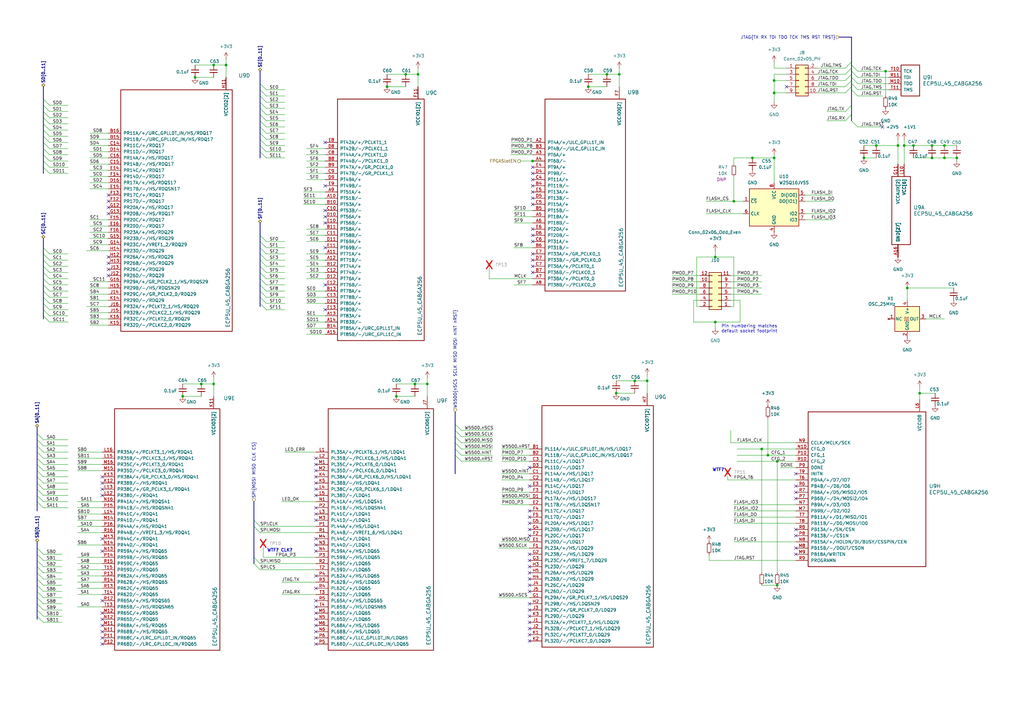
<source format=kicad_sch>
(kicad_sch (version 20231120) (generator "eeschema") (generator_version "8.0")
  (paper "A3")
  (title_block (title "${PROJECTNAME}") (date "2024-08-25") (rev "${VERSION}") (company "R. Veips"))
  (junction (at 293.37 132.08))
  (junction (at 382.27 64.77))
  (junction (at 254 30.48))
  (junction (at 74.93 162.56))
  (junction (at 387.35 64.77))
  (junction (at 248.92 30.48))
  (junction (at 308.61 64.77))
  (junction (at 392.43 64.77))
  (junction (at 260.35 156.21))
  (junction (at 318.77 189.23))
  (junction (at 171.45 30.48))
  (junction (at 317.5 64.77))
  (junction (at 359.41 59.69))
  (junction (at 175.26 157.48))
  (junction (at 92.71 26.67))
  (junction (at 354.33 64.77))
  (junction (at 312.42 184.15))
  (junction (at 368.3 59.69))
  (junction (at 80.01 31.75))
  (junction (at 387.35 59.69))
  (junction (at 318.77 240.03))
  (junction (at 370.84 59.69))
  (junction (at 314.96 186.69))
  (junction (at 293.37 105.41))
  (junction (at 166.37 30.48))
  (junction (at 377.19 161.29))
  (junction (at 382.27 59.69))
  (junction (at 87.63 26.67))
  (junction (at 372.11 118.11))
  (junction (at 317.5 38.1))
  (junction (at 241.3 35.56))
  (junction (at 265.43 156.21))
  (junction (at 82.55 157.48))
  (junction (at 170.18 157.48))
  (junction (at 158.75 35.56))
  (junction (at 300.99 82.55))
  (junction (at 363.22 29.21))
  (junction (at 374.65 59.69))
  (junction (at 317.5 33.02))
  (junction (at 252.73 161.29))
  (junction (at 218.44 66.04))
  (junction (at 87.63 157.48))
  (junction (at 162.56 162.56))
  (no_connect (at 133.35 86.36))
  (no_connect (at 326.39 217.17))
  (no_connect (at 218.44 76.2))
  (no_connect (at 326.39 224.79))
  (no_connect (at 41.91 256.54))
  (no_connect (at 133.35 127))
  (no_connect (at 129.54 195.58))
  (no_connect (at 217.17 191.77))
  (no_connect (at 218.44 106.68))
  (no_connect (at 361.95 52.07))
  (no_connect (at 218.44 96.52))
  (no_connect (at 129.54 198.12))
  (no_connect (at 217.17 199.39))
  (no_connect (at 129.54 220.98))
  (no_connect (at 326.39 194.31))
  (no_connect (at 218.44 68.58))
  (no_connect (at 129.54 264.16))
  (no_connect (at 129.54 261.62))
  (no_connect (at 218.44 93.98))
  (no_connect (at 322.58 35.56))
  (no_connect (at 217.17 247.65))
  (no_connect (at 44.45 82.55))
  (no_connect (at 129.54 254))
  (no_connect (at 218.44 83.82))
  (no_connect (at 41.91 198.12))
  (no_connect (at 129.54 210.82))
  (no_connect (at 217.17 240.03))
  (no_connect (at 218.44 109.22))
  (no_connect (at 41.91 195.58))
  (no_connect (at 129.54 241.3))
  (no_connect (at 133.35 91.44))
  (no_connect (at 41.91 254))
  (no_connect (at 44.45 110.49))
  (no_connect (at 133.35 58.42))
  (no_connect (at 217.17 212.09))
  (no_connect (at 41.91 261.62))
  (no_connect (at 41.91 220.98))
  (no_connect (at 41.91 264.16))
  (no_connect (at 217.17 262.89))
  (no_connect (at 129.54 200.66))
  (no_connect (at 129.54 251.46))
  (no_connect (at 41.91 251.46))
  (no_connect (at 129.54 213.36))
  (no_connect (at 129.54 187.96))
  (no_connect (at 44.45 113.03))
  (no_connect (at 133.35 116.84))
  (no_connect (at 44.45 80.01))
  (no_connect (at 129.54 223.52))
  (no_connect (at 217.17 252.73))
  (no_connect (at 218.44 78.74))
  (no_connect (at 217.17 219.71))
  (no_connect (at 217.17 250.19))
  (no_connect (at 217.17 232.41))
  (no_connect (at 129.54 226.06))
  (no_connect (at 41.91 246.38))
  (no_connect (at 217.17 260.35))
  (no_connect (at 218.44 71.12))
  (no_connect (at 217.17 255.27))
  (no_connect (at 326.39 219.71))
  (no_connect (at 129.54 193.04))
  (no_connect (at 133.35 88.9))
  (no_connect (at 218.44 99.06))
  (no_connect (at 129.54 248.92))
  (no_connect (at 217.17 217.17))
  (no_connect (at 129.54 256.54))
  (no_connect (at 129.54 246.38))
  (no_connect (at 129.54 190.5))
  (no_connect (at 217.17 234.95))
  (no_connect (at 217.17 214.63))
  (no_connect (at 129.54 208.28))
  (no_connect (at 44.45 105.41))
  (no_connect (at 218.44 104.14))
  (no_connect (at 133.35 76.2))
  (no_connect (at 44.45 85.09))
  (no_connect (at 133.35 101.6))
  (no_connect (at 218.44 111.76))
  (no_connect (at 41.91 203.2))
  (no_connect (at 41.91 259.08))
  (no_connect (at 326.39 204.47))
  (no_connect (at 129.54 236.22))
  (no_connect (at 217.17 227.33))
  (no_connect (at 326.39 199.39))
  (no_connect (at 129.54 259.08))
  (no_connect (at 41.91 200.66))
  (no_connect (at 217.17 237.49))
  (no_connect (at 326.39 227.33))
  (no_connect (at 44.45 87.63))
  (no_connect (at 217.17 257.81))
  (no_connect (at 218.44 81.28))
  (no_connect (at 326.39 201.93))
  (no_connect (at 44.45 107.95))
  (no_connect (at 217.17 242.57))
  (no_connect (at 217.17 209.55))
  (no_connect (at 129.54 203.2))
  (no_connect (at 218.44 73.66))
  (no_connect (at 217.17 229.87))
  (no_connect (at 41.91 226.06))
  (bus_entry (at 104.14 215.9) (size 2.54 2.54))
  (bus_entry (at 17.78 48.26) (size 2.54 2.54))
  (bus_entry (at 15.24 195.58) (size 2.54 2.54))
  (bus_entry (at 106.68 34.29) (size 2.54 2.54))
  (bus_entry (at 17.78 104.14) (size 2.54 2.54))
  (bus_entry (at 15.24 205.74) (size 2.54 2.54))
  (bus_entry (at 17.78 58.42) (size 2.54 2.54))
  (bus_entry (at 104.14 228.6) (size 2.54 2.54))
  (bus_entry (at 15.24 190.5) (size 2.54 2.54))
  (bus_entry (at 106.68 54.61) (size 2.54 2.54))
  (bus_entry (at 15.24 250.19) (size 2.54 2.54))
  (bus_entry (at 15.24 247.65) (size 2.54 2.54))
  (bus_entry (at 15.24 224.79) (size 2.54 2.54))
  (bus_entry (at 106.68 111.76) (size 2.54 2.54))
  (bus_entry (at 106.68 104.14) (size 2.54 2.54))
  (bus_entry (at 17.78 114.3) (size 2.54 2.54))
  (bus_entry (at 106.68 36.83) (size 2.54 2.54))
  (bus_entry (at 349.25 31.75) (size 2.54 2.54))
  (bus_entry (at 17.78 43.18) (size 2.54 2.54))
  (bus_entry (at 17.78 53.34) (size 2.54 2.54))
  (bus_entry (at 17.78 106.68) (size 2.54 2.54))
  (bus_entry (at 17.78 68.58) (size 2.54 2.54))
  (bus_entry (at 17.78 129.54) (size 2.54 2.54))
  (bus_entry (at 15.24 193.04) (size 2.54 2.54))
  (bus_entry (at 349.25 35.56) (size -2.54 2.54))
  (bus_entry (at 106.68 114.3) (size 2.54 2.54))
  (bus_entry (at 106.68 96.52) (size 2.54 2.54))
  (bus_entry (at 17.78 127) (size 2.54 2.54))
  (bus_entry (at 15.24 182.88) (size 2.54 2.54))
  (bus_entry (at 15.24 177.8) (size 2.54 2.54))
  (bus_entry (at 17.78 45.72) (size 2.54 2.54))
  (bus_entry (at 106.68 44.45) (size 2.54 2.54))
  (bus_entry (at 15.24 227.33) (size 2.54 2.54))
  (bus_entry (at 15.24 240.03) (size 2.54 2.54))
  (bus_entry (at 106.68 46.99) (size 2.54 2.54))
  (bus_entry (at 349.25 43.18) (size -2.54 2.54))
  (bus_entry (at 15.24 185.42) (size 2.54 2.54))
  (bus_entry (at 106.68 119.38) (size 2.54 2.54))
  (bus_entry (at 106.68 39.37) (size 2.54 2.54))
  (bus_entry (at 17.78 101.6) (size 2.54 2.54))
  (bus_entry (at 349.25 46.99) (size -2.54 2.54))
  (bus_entry (at 106.68 106.68) (size 2.54 2.54))
  (bus_entry (at 106.68 57.15) (size 2.54 2.54))
  (bus_entry (at 186.69 186.69) (size 2.54 2.54))
  (bus_entry (at 186.69 184.15) (size 2.54 2.54))
  (bus_entry (at 349.25 33.02) (size -2.54 2.54))
  (bus_entry (at 186.69 173.99) (size 2.54 2.54))
  (bus_entry (at 15.24 180.34) (size 2.54 2.54))
  (bus_entry (at 17.78 60.96) (size 2.54 2.54))
  (bus_entry (at 17.78 55.88) (size 2.54 2.54))
  (bus_entry (at 17.78 50.8) (size 2.54 2.54))
  (bus_entry (at 17.78 40.64) (size 2.54 2.54))
  (bus_entry (at 17.78 109.22) (size 2.54 2.54))
  (bus_entry (at 15.24 198.12) (size 2.54 2.54))
  (bus_entry (at 186.69 181.61) (size 2.54 2.54))
  (bus_entry (at 106.68 41.91) (size 2.54 2.54))
  (bus_entry (at 15.24 234.95) (size 2.54 2.54))
  (bus_entry (at 106.68 52.07) (size 2.54 2.54))
  (bus_entry (at 15.24 187.96) (size 2.54 2.54))
  (bus_entry (at 15.24 252.73) (size 2.54 2.54))
  (bus_entry (at 349.25 30.48) (size -2.54 2.54))
  (bus_entry (at 106.68 49.53) (size 2.54 2.54))
  (bus_entry (at 349.25 34.29) (size 2.54 2.54))
  (bus_entry (at 349.25 49.53) (size 2.54 2.54))
  (bus_entry (at 349.25 25.4) (size -2.54 2.54))
  (bus_entry (at 349.25 26.67) (size 2.54 2.54))
  (bus_entry (at 17.78 116.84) (size 2.54 2.54))
  (bus_entry (at 15.24 245.11) (size 2.54 2.54))
  (bus_entry (at 106.68 124.46) (size 2.54 2.54))
  (bus_entry (at 15.24 229.87) (size 2.54 2.54))
  (bus_entry (at 106.68 99.06) (size 2.54 2.54))
  (bus_entry (at 15.24 242.57) (size 2.54 2.54))
  (bus_entry (at 17.78 121.92) (size 2.54 2.54))
  (bus_entry (at 17.78 66.04) (size 2.54 2.54))
  (bus_entry (at 106.68 59.69) (size 2.54 2.54))
  (bus_entry (at 17.78 124.46) (size 2.54 2.54))
  (bus_entry (at 186.69 176.53) (size 2.54 2.54))
  (bus_entry (at 106.68 116.84) (size 2.54 2.54))
  (bus_entry (at 17.78 63.5) (size 2.54 2.54))
  (bus_entry (at 106.68 109.22) (size 2.54 2.54))
  (bus_entry (at 17.78 111.76) (size 2.54 2.54))
  (bus_entry (at 349.25 27.94) (size -2.54 2.54))
  (bus_entry (at 104.14 213.36) (size 2.54 2.54))
  (bus_entry (at 15.24 237.49) (size 2.54 2.54))
  (bus_entry (at 186.69 179.07) (size 2.54 2.54))
  (bus_entry (at 349.25 29.21) (size 2.54 2.54))
  (bus_entry (at 349.25 36.83) (size 2.54 2.54))
  (bus_entry (at 106.68 121.92) (size 2.54 2.54))
  (bus_entry (at 106.68 101.6) (size 2.54 2.54))
  (bus_entry (at 15.24 232.41) (size 2.54 2.54))
  (bus_entry (at 17.78 119.38) (size 2.54 2.54))
  (bus_entry (at 104.14 231.14) (size 2.54 2.54))
  (bus_entry (at 15.24 200.66) (size 2.54 2.54))
  (bus_entry (at 15.24 203.2) (size 2.54 2.54))
  (bus_entry (at 106.68 62.23) (size 2.54 2.54))
  (wire (pts (xy 453.39 180.34) (xy 459.74 180.34)))
  (wire (pts (xy 20.32 43.18) (xy 27.94 43.18)))
  (bus (pts (xy 186.69 186.69) (xy 186.69 194.31)))
  (wire (pts (xy 205.74 207.01) (xy 217.17 207.01)))
  (wire (pts (xy 17.78 240.03) (xy 25.4 240.03)))
  (wire (pts (xy 125.73 111.76) (xy 133.35 111.76)))
  (wire (pts (xy 318.77 189.23) (xy 326.39 189.23)))
  (bus (pts (xy 106.68 114.3) (xy 106.68 116.84)))
  (wire (pts (xy 189.23 181.61) (xy 201.93 181.61)))
  (wire (pts (xy 20.32 129.54) (xy 27.94 129.54)))
  (wire (pts (xy 317.5 33.02) (xy 317.5 38.1)))
  (wire (pts (xy 20.32 116.84) (xy 27.94 116.84)))
  (wire (pts (xy 109.22 59.69) (xy 116.84 59.69)))
  (wire (pts (xy 35.56 102.87) (xy 44.45 102.87)))
  (wire (pts (xy 200.66 114.3) (xy 218.44 114.3)))
  (wire (pts (xy 125.73 99.06) (xy 133.35 99.06)))
  (wire (pts (xy 74.93 157.48) (xy 82.55 157.48)))
  (wire (pts (xy 317.5 64.77) (xy 317.5 74.93)))
  (bus (pts (xy 17.78 101.6) (xy 17.78 104.14)))
  (wire (pts (xy 20.32 50.8) (xy 27.94 50.8)))
  (wire (pts (xy 109.22 39.37) (xy 116.84 39.37)))
  (wire (pts (xy 115.57 243.84) (xy 129.54 243.84)))
  (wire (pts (xy 31.75 233.68) (xy 41.91 233.68)))
  (wire (pts (xy 158.75 35.56) (xy 166.37 35.56)))
  (wire (pts (xy 379.73 130.81) (xy 387.35 130.81)))
  (wire (pts (xy 74.93 162.56) (xy 82.55 162.56)))
  (wire (pts (xy 109.22 124.46) (xy 116.84 124.46)))
  (bus (pts (xy 17.78 63.5) (xy 17.78 66.04)))
  (wire (pts (xy 109.22 57.15) (xy 116.84 57.15)))
  (wire (pts (xy 125.73 71.12) (xy 133.35 71.12)))
  (bus (pts (xy 15.24 193.04) (xy 15.24 195.58)))
  (bus (pts (xy 15.24 240.03) (xy 15.24 242.57)))
  (bus (pts (xy 15.24 203.2) (xy 15.24 205.74)))
  (wire (pts (xy 351.79 52.07) (xy 361.95 52.07)))
  (wire (pts (xy 210.82 91.44) (xy 218.44 91.44)))
  (wire (pts (xy 87.63 154.94) (xy 87.63 157.48)))
  (wire (pts (xy 109.22 127) (xy 116.84 127)))
  (wire (pts (xy 300.99 72.39) (xy 300.99 82.55)))
  (wire (pts (xy 115.57 238.76) (xy 129.54 238.76)))
  (wire (pts (xy 82.55 157.48) (xy 87.63 157.48)))
  (wire (pts (xy 299.72 181.61) (xy 326.39 181.61)))
  (wire (pts (xy 87.63 157.48) (xy 87.63 162.56)))
  (bus (pts (xy 349.25 43.18) (xy 349.25 46.99)))
  (wire (pts (xy 124.46 81.28) (xy 133.35 81.28)))
  (bus (pts (xy 106.68 49.53) (xy 106.68 52.07)))
  (bus (pts (xy 15.24 237.49) (xy 15.24 240.03)))
  (wire (pts (xy 285.75 105.41) (xy 293.37 105.41)))
  (wire (pts (xy 36.83 72.39) (xy 44.45 72.39)))
  (bus (pts (xy 15.24 229.87) (xy 15.24 232.41)))
  (wire (pts (xy 210.82 86.36) (xy 218.44 86.36)))
  (wire (pts (xy 125.73 60.96) (xy 133.35 60.96)))
  (wire (pts (xy 289.56 82.55) (xy 300.99 82.55)))
  (wire (pts (xy 312.42 184.15) (xy 312.42 234.95)))
  (wire (pts (xy 31.75 193.04) (xy 41.91 193.04)))
  (bus (pts (xy 349.25 36.83) (xy 349.25 43.18)))
  (bus (pts (xy 106.68 116.84) (xy 106.68 119.38)))
  (wire (pts (xy 285.75 125.73) (xy 285.75 105.41)))
  (wire (pts (xy 125.73 63.5) (xy 133.35 63.5)))
  (bus (pts (xy 15.24 245.11) (xy 15.24 247.65)))
  (wire (pts (xy 107.95 228.6) (xy 107.95 224.79)))
  (bus (pts (xy 104.14 213.36) (xy 104.14 215.9)))
  (wire (pts (xy 300.99 105.41) (xy 293.37 105.41)))
  (wire (pts (xy 20.32 55.88) (xy 27.94 55.88)))
  (wire (pts (xy 213.36 66.04) (xy 218.44 66.04)))
  (wire (pts (xy 109.22 101.6) (xy 116.84 101.6)))
  (wire (pts (xy 359.41 64.77) (xy 354.33 64.77)))
  (wire (pts (xy 125.73 129.54) (xy 133.35 129.54)))
  (wire (pts (xy 318.77 189.23) (xy 318.77 234.95)))
  (bus (pts (xy 186.69 184.15) (xy 186.69 186.69)))
  (bus (pts (xy 17.78 109.22) (xy 17.78 111.76)))
  (wire (pts (xy 125.73 66.04) (xy 133.35 66.04)))
  (wire (pts (xy 335.28 33.02) (xy 346.71 33.02)))
  (wire (pts (xy 125.73 137.16) (xy 133.35 137.16)))
  (wire (pts (xy 289.56 87.63) (xy 304.8 87.63)))
  (wire (pts (xy 368.3 59.69) (xy 368.3 67.31)))
  (bus (pts (xy 349.25 15.24) (xy 349.25 25.4)))
  (wire (pts (xy 109.22 44.45) (xy 116.84 44.45)))
  (wire (pts (xy 36.83 128.27) (xy 44.45 128.27)))
  (bus (pts (xy 17.78 55.88) (xy 17.78 58.42)))
  (wire (pts (xy 17.78 242.57) (xy 25.4 242.57)))
  (wire (pts (xy 125.73 121.92) (xy 133.35 121.92)))
  (wire (pts (xy 293.37 132.08) (xy 293.37 134.62)))
  (wire (pts (xy 31.75 215.9) (xy 41.91 215.9)))
  (wire (pts (xy 299.72 113.03) (xy 312.42 113.03)))
  (wire (pts (xy 125.73 124.46) (xy 133.35 124.46)))
  (wire (pts (xy 17.78 187.96) (xy 27.94 187.96)))
  (wire (pts (xy 20.32 124.46) (xy 27.94 124.46)))
  (wire (pts (xy 31.75 208.28) (xy 41.91 208.28)))
  (wire (pts (xy 339.09 49.53) (xy 346.71 49.53)))
  (wire (pts (xy 17.78 250.19) (xy 25.4 250.19)))
  (bus (pts (xy 15.24 180.34) (xy 15.24 182.88)))
  (bus (pts (xy 106.68 62.23) (xy 106.68 64.77)))
  (wire (pts (xy 17.78 232.41) (xy 25.4 232.41)))
  (wire (pts (xy 125.73 104.14) (xy 133.35 104.14)))
  (wire (pts (xy 377.19 161.29) (xy 377.19 158.75)))
  (wire (pts (xy 175.26 157.48) (xy 175.26 162.56)))
  (wire (pts (xy 387.35 59.69) (xy 392.43 59.69)))
  (wire (pts (xy 189.23 176.53) (xy 201.93 176.53)))
  (wire (pts (xy 300.99 82.55) (xy 304.8 82.55)))
  (bus (pts (xy 17.78 124.46) (xy 17.78 127)))
  (bus (pts (xy 186.69 168.91) (xy 186.69 173.99)))
  (wire (pts (xy 87.63 26.67) (xy 92.71 26.67)))
  (wire (pts (xy 335.28 35.56) (xy 346.71 35.56)))
  (wire (pts (xy 312.42 240.03) (xy 318.77 240.03)))
  (wire (pts (xy 335.28 38.1) (xy 346.71 38.1)))
  (bus (pts (xy 15.24 177.8) (xy 15.24 180.34)))
  (wire (pts (xy 252.73 156.21) (xy 260.35 156.21)))
  (bus (pts (xy 15.24 205.74) (xy 15.24 209.55)))
  (wire (pts (xy 20.32 66.04) (xy 27.94 66.04)))
  (wire (pts (xy 330.2 82.55) (xy 341.63 82.55)))
  (wire (pts (xy 31.75 190.5) (xy 41.91 190.5)))
  (wire (pts (xy 17.78 185.42) (xy 27.94 185.42)))
  (wire (pts (xy 17.78 195.58) (xy 27.94 195.58)))
  (bus (pts (xy 15.24 234.95) (xy 15.24 237.49)))
  (wire (pts (xy 17.78 227.33) (xy 25.4 227.33)))
  (wire (pts (xy 109.22 99.06) (xy 116.84 99.06)))
  (wire (pts (xy 20.32 48.26) (xy 27.94 48.26)))
  (bus (pts (xy 15.24 190.5) (xy 15.24 193.04)))
  (wire (pts (xy 171.45 30.48) (xy 171.45 35.56)))
  (wire (pts (xy 36.83 77.47) (xy 44.45 77.47)))
  (wire (pts (xy 36.83 130.81) (xy 44.45 130.81)))
  (wire (pts (xy 346.71 27.94) (xy 335.28 27.94)))
  (wire (pts (xy 300.99 67.31) (xy 300.99 64.77)))
  (wire (pts (xy 189.23 184.15) (xy 201.93 184.15)))
  (wire (pts (xy 222.25 66.04) (xy 218.44 66.04)))
  (wire (pts (xy 275.59 118.11) (xy 287.02 118.11)))
  (wire (pts (xy 36.83 59.69) (xy 44.45 59.69)))
  (wire (pts (xy 106.68 218.44) (xy 129.54 218.44)))
  (wire (pts (xy 36.83 95.25) (xy 44.45 95.25)))
  (wire (pts (xy 205.74 189.23) (xy 217.17 189.23)))
  (bus (pts (xy 106.68 109.22) (xy 106.68 111.76)))
  (wire (pts (xy 31.75 238.76) (xy 41.91 238.76)))
  (bus (pts (xy 17.78 111.76) (xy 17.78 114.3)))
  (bus (pts (xy 106.68 91.44) (xy 106.68 96.52)))
  (wire (pts (xy 210.82 116.84) (xy 218.44 116.84)))
  (wire (pts (xy 363.22 29.21) (xy 363.22 39.37)))
  (wire (pts (xy 17.78 205.74) (xy 27.94 205.74)))
  (wire (pts (xy 31.75 241.3) (xy 41.91 241.3)))
  (wire (pts (xy 20.32 121.92) (xy 27.94 121.92)))
  (wire (pts (xy 125.73 73.66) (xy 133.35 73.66)))
  (wire (pts (xy 300.99 212.09) (xy 326.39 212.09)))
  (wire (pts (xy 205.74 186.69) (xy 217.17 186.69)))
  (bus (pts (xy 186.69 179.07) (xy 186.69 181.61)))
  (wire (pts (xy 109.22 114.3) (xy 116.84 114.3)))
  (bus (pts (xy 17.78 60.96) (xy 17.78 63.5)))
  (wire (pts (xy 210.82 88.9) (xy 218.44 88.9)))
  (wire (pts (xy 241.3 30.48) (xy 248.92 30.48)))
  (wire (pts (xy 109.22 109.22) (xy 116.84 109.22)))
  (bus (pts (xy 106.68 101.6) (xy 106.68 104.14)))
  (wire (pts (xy 254 30.48) (xy 254 35.56)))
  (wire (pts (xy 290.83 229.87) (xy 326.39 229.87)))
  (bus (pts (xy 17.78 127) (xy 17.78 129.54)))
  (wire (pts (xy 374.65 59.69) (xy 382.27 59.69)))
  (wire (pts (xy 171.45 27.94) (xy 171.45 30.48)))
  (wire (pts (xy 109.22 52.07) (xy 116.84 52.07)))
  (bus (pts (xy 106.68 34.29) (xy 106.68 36.83)))
  (wire (pts (xy 36.83 120.65) (xy 44.45 120.65)))
  (wire (pts (xy 109.22 104.14) (xy 116.84 104.14)))
  (wire (pts (xy 20.32 119.38) (xy 27.94 119.38)))
  (wire (pts (xy 284.48 123.19) (xy 284.48 132.08)))
  (wire (pts (xy 370.84 59.69) (xy 374.65 59.69)))
  (wire (pts (xy 31.75 236.22) (xy 41.91 236.22)))
  (wire (pts (xy 368.3 57.15) (xy 368.3 59.69)))
  (bus (pts (xy 15.24 198.12) (xy 15.24 200.66)))
  (wire (pts (xy 293.37 102.87) (xy 293.37 105.41)))
  (wire (pts (xy 109.22 54.61) (xy 116.84 54.61)))
  (wire (pts (xy 300.99 64.77) (xy 308.61 64.77)))
  (bus (pts (xy 106.68 52.07) (xy 106.68 54.61)))
  (bus (pts (xy 17.78 106.68) (xy 17.78 109.22)))
  (bus (pts (xy 106.68 121.92) (xy 106.68 124.46)))
  (wire (pts (xy 36.83 92.71) (xy 44.45 92.71)))
  (wire (pts (xy 17.78 208.28) (xy 27.94 208.28)))
  (wire (pts (xy 424.18 146.05) (xy 431.8 146.05)))
  (wire (pts (xy 80.01 26.67) (xy 87.63 26.67)))
  (wire (pts (xy 20.32 63.5) (xy 27.94 63.5)))
  (wire (pts (xy 125.73 106.68) (xy 133.35 106.68)))
  (bus (pts (xy 349.25 27.94) (xy 349.25 29.21)))
  (wire (pts (xy 17.78 193.04) (xy 27.94 193.04)))
  (wire (pts (xy 205.74 204.47) (xy 217.17 204.47)))
  (wire (pts (xy 372.11 118.11) (xy 391.16 118.11)))
  (wire (pts (xy 36.83 57.15) (xy 44.45 57.15)))
  (wire (pts (xy 17.78 180.34) (xy 27.94 180.34)))
  (wire (pts (xy 189.23 186.69) (xy 201.93 186.69)))
  (bus (pts (xy 15.24 250.19) (xy 15.24 252.73)))
  (wire (pts (xy 17.78 237.49) (xy 25.4 237.49)))
  (wire (pts (xy 109.22 41.91) (xy 116.84 41.91)))
  (wire (pts (xy 363.22 29.21) (xy 364.49 29.21)))
  (wire (pts (xy 109.22 36.83) (xy 116.84 36.83)))
  (bus (pts (xy 349.25 46.99) (xy 349.25 49.53)))
  (bus (pts (xy 344.17 15.24) (xy 349.25 15.24)))
  (bus (pts (xy 106.68 46.99) (xy 106.68 49.53)))
  (wire (pts (xy 36.83 74.93) (xy 44.45 74.93)))
  (wire (pts (xy 298.45 196.85) (xy 298.45 195.58)))
  (wire (pts (xy 106.68 233.68) (xy 129.54 233.68)))
  (bus (pts (xy 349.25 31.75) (xy 349.25 33.02)))
  (bus (pts (xy 17.78 68.58) (xy 17.78 71.12)))
  (bus (pts (xy 186.69 173.99) (xy 186.69 176.53)))
  (bus (pts (xy 106.68 59.69) (xy 106.68 62.23)))
  (wire (pts (xy 20.32 45.72) (xy 27.94 45.72)))
  (bus (pts (xy 106.68 104.14) (xy 106.68 106.68)))
  (wire (pts (xy 31.75 218.44) (xy 41.91 218.44)))
  (wire (pts (xy 31.75 231.14) (xy 41.91 231.14)))
  (wire (pts (xy 383.54 161.29) (xy 377.19 161.29)))
  (wire (pts (xy 158.75 30.48) (xy 166.37 30.48)))
  (wire (pts (xy 170.18 157.48) (xy 175.26 157.48)))
  (bus (pts (xy 15.24 222.25) (xy 15.24 224.79)))
  (wire (pts (xy 299.72 115.57) (xy 312.42 115.57)))
  (bus (pts (xy 104.14 205.74) (xy 104.14 213.36)))
  (wire (pts (xy 125.73 119.38) (xy 133.35 119.38)))
  (wire (pts (xy 189.23 179.07) (xy 201.93 179.07)))
  (wire (pts (xy 290.83 229.87) (xy 290.83 227.33)))
  (wire (pts (xy 36.83 67.31) (xy 44.45 67.31)))
  (bus (pts (xy 17.78 119.38) (xy 17.78 121.92)))
  (wire (pts (xy 303.53 123.19) (xy 303.53 132.08)))
  (wire (pts (xy 317.5 30.48) (xy 317.5 33.02)))
  (bus (pts (xy 349.25 33.02) (xy 349.25 34.29)))
  (bus (pts (xy 15.24 227.33) (xy 15.24 229.87)))
  (wire (pts (xy 330.2 80.01) (xy 341.63 80.01)))
  (wire (pts (xy 300.99 125.73) (xy 300.99 105.41)))
  (wire (pts (xy 31.75 185.42) (xy 41.91 185.42)))
  (wire (pts (xy 275.59 113.03) (xy 287.02 113.03)))
  (bus (pts (xy 17.78 121.92) (xy 17.78 124.46)))
  (wire (pts (xy 17.78 190.5) (xy 27.94 190.5)))
  (wire (pts (xy 299.72 125.73) (xy 300.99 125.73)))
  (wire (pts (xy 20.32 104.14) (xy 27.94 104.14)))
  (wire (pts (xy 36.83 115.57) (xy 44.45 115.57)))
  (bus (pts (xy 349.25 25.4) (xy 349.25 26.67)))
  (wire (pts (xy 322.58 30.48) (xy 317.5 30.48)))
  (bus (pts (xy 15.24 195.58) (xy 15.24 198.12)))
  (wire (pts (xy 20.32 127) (xy 27.94 127)))
  (bus (pts (xy 106.68 96.52) (xy 106.68 99.06)))
  (wire (pts (xy 175.26 154.94) (xy 175.26 157.48)))
  (wire (pts (xy 36.83 97.79) (xy 44.45 97.79)))
  (bus (pts (xy 349.25 35.56) (xy 349.25 36.83)))
  (wire (pts (xy 36.83 123.19) (xy 44.45 123.19)))
  (wire (pts (xy 372.11 118.11) (xy 372.11 123.19)))
  (wire (pts (xy 351.79 34.29) (xy 364.49 34.29)))
  (wire (pts (xy 17.78 247.65) (xy 25.4 247.65)))
  (bus (pts (xy 349.25 34.29) (xy 349.25 35.56)))
  (wire (pts (xy 92.71 24.13) (xy 92.71 26.67)))
  (wire (pts (xy 125.73 68.58) (xy 133.35 68.58)))
  (wire (pts (xy 205.74 196.85) (xy 217.17 196.85)))
  (wire (pts (xy 205.74 184.15) (xy 217.17 184.15)))
  (wire (pts (xy 166.37 30.48) (xy 171.45 30.48)))
  (wire (pts (xy 20.32 68.58) (xy 27.94 68.58)))
  (bus (pts (xy 15.24 187.96) (xy 15.24 190.5)))
  (bus (pts (xy 17.78 40.64) (xy 17.78 43.18)))
  (wire (pts (xy 31.75 243.84) (xy 41.91 243.84)))
  (wire (pts (xy 303.53 132.08) (xy 293.37 132.08)))
  (bus (pts (xy 17.78 45.72) (xy 17.78 48.26)))
  (wire (pts (xy 31.75 213.36) (xy 41.91 213.36)))
  (bus (pts (xy 17.78 114.3) (xy 17.78 116.84)))
  (wire (pts (xy 351.79 39.37) (xy 361.95 39.37)))
  (wire (pts (xy 36.83 118.11) (xy 44.45 118.11)))
  (wire (pts (xy 106.68 231.14) (xy 129.54 231.14)))
  (wire (pts (xy 17.78 198.12) (xy 27.94 198.12)))
  (bus (pts (xy 17.78 104.14) (xy 17.78 106.68)))
  (wire (pts (xy 300.99 222.25) (xy 326.39 222.25)))
  (bus (pts (xy 15.24 224.79) (xy 15.24 227.33)))
  (wire (pts (xy 299.72 120.65) (xy 312.42 120.65)))
  (wire (pts (xy 314.96 186.69) (xy 326.39 186.69)))
  (bus (pts (xy 15.24 252.73) (xy 15.24 254)))
  (wire (pts (xy 382.27 64.77) (xy 387.35 64.77)))
  (wire (pts (xy 275.59 120.65) (xy 287.02 120.65)))
  (wire (pts (xy 109.22 64.77) (xy 116.84 64.77)))
  (wire (pts (xy 17.78 234.95) (xy 25.4 234.95)))
  (wire (pts (xy 20.32 109.22) (xy 27.94 109.22)))
  (wire (pts (xy 351.79 31.75) (xy 364.49 31.75)))
  (wire (pts (xy 204.47 224.79) (xy 217.17 224.79)))
  (wire (pts (xy 370.84 57.15) (xy 370.84 59.69)))
  (wire (pts (xy 322.58 27.94) (xy 317.5 27.94)))
  (wire (pts (xy 36.83 54.61) (xy 44.45 54.61)))
  (bus (pts (xy 106.68 99.06) (xy 106.68 101.6)))
  (wire (pts (xy 209.55 58.42) (xy 218.44 58.42)))
  (wire (pts (xy 36.83 62.23) (xy 44.45 62.23)))
  (wire (pts (xy 312.42 184.15) (xy 326.39 184.15)))
  (wire (pts (xy 124.46 83.82) (xy 133.35 83.82)))
  (wire (pts (xy 36.83 69.85) (xy 44.45 69.85)))
  (wire (pts (xy 382.27 59.69) (xy 387.35 59.69)))
  (wire (pts (xy 31.75 223.52) (xy 41.91 223.52)))
  (wire (pts (xy 308.61 64.77) (xy 317.5 64.77)))
  (bus (pts (xy 17.78 43.18) (xy 17.78 45.72)))
  (wire (pts (xy 300.99 207.01) (xy 326.39 207.01)))
  (wire (pts (xy 17.78 203.2) (xy 27.94 203.2)))
  (bus (pts (xy 106.68 41.91) (xy 106.68 44.45)))
  (bus (pts (xy 106.68 111.76) (xy 106.68 114.3)))
  (wire (pts (xy 109.22 106.68) (xy 116.84 106.68)))
  (bus (pts (xy 186.69 181.61) (xy 186.69 184.15)))
  (wire (pts (xy 125.73 134.62) (xy 133.35 134.62)))
  (wire (pts (xy 162.56 162.56) (xy 170.18 162.56)))
  (wire (pts (xy 351.79 36.83) (xy 364.49 36.83)))
  (wire (pts (xy 330.2 87.63) (xy 341.63 87.63)))
  (bus (pts (xy 349.25 26.67) (xy 349.25 27.94)))
  (wire (pts (xy 209.55 63.5) (xy 218.44 63.5)))
  (wire (pts (xy 31.75 248.92) (xy 41.91 248.92)))
  (bus (pts (xy 106.68 44.45) (xy 106.68 46.99)))
  (wire (pts (xy 36.83 64.77) (xy 44.45 64.77)))
  (wire (pts (xy 31.75 228.6) (xy 41.91 228.6)))
  (wire (pts (xy 254 27.94) (xy 254 30.48)))
  (wire (pts (xy 17.78 200.66) (xy 27.94 200.66)))
  (wire (pts (xy 260.35 156.21) (xy 265.43 156.21)))
  (bus (pts (xy 17.78 35.56) (xy 17.78 40.64)))
  (bus (pts (xy 17.78 129.54) (xy 17.78 130.81)))
  (wire (pts (xy 299.72 176.53) (xy 299.72 181.61)))
  (wire (pts (xy 20.32 132.08) (xy 27.94 132.08)))
  (wire (pts (xy 124.46 78.74) (xy 133.35 78.74)))
  (wire (pts (xy 80.01 31.75) (xy 87.63 31.75)))
  (wire (pts (xy 20.32 58.42) (xy 27.94 58.42)))
  (wire (pts (xy 302.26 189.23) (xy 318.77 189.23)))
  (wire (pts (xy 265.43 153.67) (xy 265.43 156.21)))
  (wire (pts (xy 200.66 110.49) (xy 200.66 114.3)))
  (wire (pts (xy 209.55 60.96) (xy 218.44 60.96)))
  (wire (pts (xy 116.84 185.42) (xy 129.54 185.42)))
  (wire (pts (xy 317.5 38.1) (xy 322.58 38.1)))
  (wire (pts (xy 125.73 96.52) (xy 133.35 96.52)))
  (bus (pts (xy 106.68 29.21) (xy 106.68 34.29)))
  (wire (pts (xy 370.84 59.69) (xy 370.84 67.31)))
  (wire (pts (xy 107.95 228.6) (xy 129.54 228.6)))
  (wire (pts (xy 17.78 229.87) (xy 25.4 229.87)))
  (wire (pts (xy 115.57 205.74) (xy 129.54 205.74)))
  (bus (pts (xy 104.14 215.9) (xy 104.14 228.6)))
  (wire (pts (xy 109.22 116.84) (xy 116.84 116.84)))
  (wire (pts (xy 300.99 214.63) (xy 326.39 214.63)))
  (wire (pts (xy 320.04 191.77) (xy 326.39 191.77)))
  (wire (pts (xy 284.48 132.08) (xy 293.37 132.08)))
  (wire (pts (xy 109.22 62.23) (xy 116.84 62.23)))
  (wire (pts (xy 287.02 123.19) (xy 284.48 123.19)))
  (wire (pts (xy 317.5 25.4) (xy 317.5 27.94)))
  (wire (pts (xy 20.32 53.34) (xy 27.94 53.34)))
  (wire (pts (xy 317.5 63.5) (xy 317.5 64.77)))
  (wire (pts (xy 17.78 182.88) (xy 27.94 182.88)))
  (bus (pts (xy 15.24 185.42) (xy 15.24 187.96)))
  (wire (pts (xy 359.41 59.69) (xy 368.3 59.69)))
  (bus (pts (xy 106.68 119.38) (xy 106.68 121.92)))
  (bus (pts (xy 17.78 97.79) (xy 17.78 101.6)))
  (wire (pts (xy 109.22 119.38) (xy 116.84 119.38)))
  (wire (pts (xy 205.74 222.25) (xy 217.17 222.25)))
  (bus (pts (xy 17.78 48.26) (xy 17.78 50.8)))
  (wire (pts (xy 330.2 90.17) (xy 341.63 90.17)))
  (wire (pts (xy 374.65 64.77) (xy 382.27 64.77)))
  (wire (pts (xy 92.71 26.67) (xy 92.71 31.75)))
  (bus (pts (xy 106.68 54.61) (xy 106.68 57.15)))
  (wire (pts (xy 252.73 161.29) (xy 260.35 161.29)))
  (wire (pts (xy 387.35 64.77) (xy 392.43 64.77)))
  (bus (pts (xy 106.68 36.83) (xy 106.68 39.37)))
  (bus (pts (xy 17.78 116.84) (xy 17.78 119.38)))
  (bus (pts (xy 15.24 200.66) (xy 15.24 203.2)))
  (wire (pts (xy 36.83 133.35) (xy 44.45 133.35)))
  (wire (pts (xy 351.79 29.21) (xy 363.22 29.21)))
  (bus (pts (xy 186.69 176.53) (xy 186.69 179.07)))
  (wire (pts (xy 210.82 101.6) (xy 218.44 101.6)))
  (wire (pts (xy 17.78 245.11) (xy 25.4 245.11)))
  (wire (pts (xy 17.78 252.73) (xy 25.4 252.73)))
  (bus (pts (xy 106.68 106.68) (xy 106.68 109.22)))
  (bus (pts (xy 15.24 182.88) (xy 15.24 185.42)))
  (wire (pts (xy 36.83 100.33) (xy 44.45 100.33)))
  (wire (pts (xy 125.73 114.3) (xy 133.35 114.3)))
  (bus (pts (xy 15.24 232.41) (xy 15.24 234.95)))
  (wire (pts (xy 125.73 109.22) (xy 133.35 109.22)))
  (bus (pts (xy 17.78 53.34) (xy 17.78 55.88)))
  (bus (pts (xy 15.24 175.26) (xy 15.24 177.8)))
  (wire (pts (xy 20.32 60.96) (xy 27.94 60.96)))
  (wire (pts (xy 17.78 255.27) (xy 25.4 255.27)))
  (wire (pts (xy 248.92 30.48) (xy 254 30.48)))
  (wire (pts (xy 302.26 186.69) (xy 314.96 186.69)))
  (wire (pts (xy 335.28 30.48) (xy 346.71 30.48)))
  (wire (pts (xy 125.73 132.08) (xy 133.35 132.08)))
  (bus (pts (xy 349.25 30.48) (xy 349.25 31.75)))
  (wire (pts (xy 106.68 215.9) (xy 129.54 215.9)))
  (wire (pts (xy 299.72 118.11) (xy 312.42 118.11)))
  (bus (pts (xy 17.78 66.04) (xy 17.78 68.58)))
  (wire (pts (xy 31.75 210.82) (xy 41.91 210.82)))
  (wire (pts (xy 204.47 245.11) (xy 217.17 245.11)))
  (bus (pts (xy 17.78 58.42) (xy 17.78 60.96)))
  (wire (pts (xy 314.96 171.45) (xy 314.96 186.69)))
  (wire (pts (xy 31.75 187.96) (xy 41.91 187.96)))
  (wire (pts (xy 299.72 123.19) (xy 303.53 123.19)))
  (wire (pts (xy 162.56 157.48) (xy 170.18 157.48)))
  (wire (pts (xy 298.45 196.85) (xy 326.39 196.85)))
  (wire (pts (xy 265.43 156.21) (xy 265.43 161.29)))
  (wire (pts (xy 125.73 93.98) (xy 133.35 93.98)))
  (wire (pts (xy 31.75 205.74) (xy 41.91 205.74)))
  (wire (pts (xy 20.32 71.12) (xy 27.94 71.12)))
  (wire (pts (xy 20.32 114.3) (xy 27.94 114.3)))
  (bus (pts (xy 15.24 242.57) (xy 15.24 245.11)))
  (wire (pts (xy 109.22 46.99) (xy 116.84 46.99)))
  (bus (pts (xy 106.68 124.46) (xy 106.68 125.73)))
  (wire (pts (xy 354.33 59.69) (xy 359.41 59.69)))
  (wire (pts (xy 189.23 189.23) (xy 201.93 189.23)))
  (wire (pts (xy 109.22 111.76) (xy 116.84 111.76)))
  (bus (pts (xy 17.78 50.8) (xy 17.78 53.34)))
  (wire (pts (xy 20.32 106.68) (xy 27.94 106.68)))
  (bus (pts (xy 15.24 247.65) (xy 15.24 250.19)))
  (wire (pts (xy 36.83 90.17) (xy 44.45 90.17)))
  (wire (pts (xy 317.5 33.02) (xy 322.58 33.02)))
  (wire (pts (xy 339.09 45.72) (xy 346.71 45.72)))
  (wire (pts (xy 109.22 121.92) (xy 116.84 121.92)))
  (wire (pts (xy 317.5 38.1) (xy 317.5 41.91)))
  (wire (pts (xy 377.19 161.29) (xy 377.19 163.83)))
  (wire (pts (xy 20.32 111.76) (xy 27.94 111.76)))
  (wire (pts (xy 109.22 49.53) (xy 116.84 49.53)))
  (bus (pts (xy 104.14 228.6) (xy 104.14 231.14)))
  (wire (pts (xy 205.74 194.31) (xy 217.17 194.31)))
  (bus (pts (xy 106.68 57.15) (xy 106.68 59.69)))
  (wire (pts (xy 205.74 201.93) (xy 217.17 201.93)))
  (bus (pts (xy 349.25 29.21) (xy 349.25 30.48)))
  (wire (pts (xy 35.56 125.73) (xy 44.45 125.73)))
  (wire (pts (xy 275.59 115.57) (xy 287.02 115.57)))
  (wire (pts (xy 300.99 209.55) (xy 326.39 209.55)))
  (wire (pts (xy 422.91 180.34) (xy 431.8 180.34)))
  (wire (pts (xy 241.3 35.56) (xy 248.92 35.56)))
  (wire (pts (xy 302.26 184.15) (xy 312.42 184.15)))
  (wire (pts (xy 287.02 125.73) (xy 285.75 125.73)))
  (wire (pts (xy 392.43 64.77) (xy 392.43 66.04)))
  (bus (pts (xy 106.68 39.37) (xy 106.68 41.91)))
  (text "WTF?" (at 294.64 192.786 0) (effects (font (size 1.27 1.27) (thickness 0.254) (bold yes))))
  (text "WTF? CLK?\n" (at 114.808 225.806 0) (effects (font (size 1.27 1.27) (thickness 0.254) (bold yes))))
  (text "Pin numbering matches\ndefault socket footprint" (at 307.34 134.874 0) (effects (font (size 1.27 1.27))))
  (label "SE7" (at 127 96.52 0))
  (label "SE5" (at 110.49 49.53 0))
  (label "SB9" (at 19.05 250.19 0))
  (label "SF11" (at 110.49 127 0))
  (label "SC9" (at 38.1 100.33 0))
  (label "SC9" (at 21.59 127 0))
  (label "W5500.nRST" (at 205.74 184.15 0))
  (label "SC10" (at 38.1 97.79 0))
  (label "SD4" (at 21.59 53.34 0))
  (label "SD2" (at 21.59 48.26 0))
  (label "SD11" (at 125.73 132.08 0))
  (label "JTAG.RST" (at 353.06 39.37 0))
  (label "PMOD_P9" (at 205.74 201.93 0))
  (label "JTAG.TMS" (at 336.55 27.94 0))
  (label "SD1" (at 21.59 45.72 0))
  (label "SD7" (at 125.73 134.62 0))
  (label "SB5" (at 19.05 240.03 0))
  (label "MCLK" (at 210.82 114.3 0))
  (label "SF6" (at 110.49 114.3 0))
  (label "SF7" (at 110.49 116.84 0))
  (label "SA9" (at 33.02 228.6 0))
  (label "PMOD_P8" (at 275.59 115.57 0))
  (label "SA3" (at 33.02 236.22 0))
  (label "SD1" (at 38.1 62.23 0))
  (label "SPI.MISO" (at 106.68 231.14 0))
  (label "SF7" (at 212.09 116.84 0))
  (label "SF1" (at 110.49 101.6 0))
  (label "JTAG.RST" (at 335.28 38.1 0))
  (label "W5500.nINT" (at 190.5 186.69 0))
  (label "SD4" (at 36.83 59.69 0))
  (label "SF0" (at 127 73.66 0))
  (label "SA2" (at 19.05 185.42 0))
  (label "SE0" (at 125.73 119.38 0))
  (label "FLASH_DI" (at 332.74 80.01 0))
  (label "SE1" (at 125.73 129.54 0))
  (label "SC3" (at 21.59 111.76 0))
  (label "SE1" (at 110.49 39.37 0))
  (label "SC7" (at 21.59 121.92 0))
  (label "SE11" (at 110.49 64.77 0))
  (label "SE4" (at 110.49 46.99 0))
  (label "SD11" (at 21.59 71.12 0))
  (label "SB8" (at 19.05 247.65 0))
  (label "PMOD_P10" (at 275.59 120.65 0))
  (label "SE11" (at 124.46 81.28 0))
  (label "LED_OK" (at 115.57 205.74 0))
  (label "SB0" (at 19.05 227.33 0))
  (label "SF11" (at 210.82 88.9 0))
  (label "SD2" (at 38.1 74.93 0))
  (label "SC11" (at 21.59 132.08 0))
  (label "JTAG.TX" (at 115.57 238.76 0))
  (label "SB5" (at 36.83 128.27 0))
  (label "W5500.SCLK" (at 204.47 224.79 0))
  (label "SA2" (at 33.02 233.68 0))
  (label "SC6" (at 36.83 102.87 0))
  (label "SC6" (at 21.59 119.38 0))
  (label "PMOD_P1" (at 302.26 113.03 0))
  (label "SE8" (at 110.49 57.15 0))
  (label "CFG_1" (at 316.23 186.69 0))
  (label "SB0" (at 31.75 185.42 0))
  (label "SE2" (at 127 114.3 0))
  (label "PMOD_P4" (at 302.26 120.65 0))
  (label "LED_ERR" (at 116.84 185.42 0))
  (label "SB8" (at 31.75 193.04 0))
  (label "SA0" (at 19.05 180.34 0))
  (label "FLASH_CLK" (at 302.26 181.61 0))
  (label "SB10" (at 31.75 210.82 0))
  (label "SC0" (at 21.59 104.14 0))
  (label "SF4" (at 127 60.96 0))
  (label "PMOD_P2" (at 302.26 115.57 0))
  (label "SA6" (at 19.05 195.58 0))
  (label "W5500.nSCS" (at 204.47 245.11 0))
  (label "SC10" (at 21.59 129.54 0))
  (label "SF9" (at 110.49 121.92 0))
  (label "SA11" (at 33.02 205.74 0))
  (label "SA0" (at 33.02 248.92 0))
  (label "SC8" (at 21.59 124.46 0))
  (label "SE10" (at 110.49 62.23 0))
  (label "JTAG.TMS" (at 353.06 36.83 0))
  (label "W5500.nRST" (at 190.5 189.23 0))
  (label "SD5" (at 38.1 64.77 0))
  (label "SF5" (at 127 63.5 0))
  (label "CFG_2" (at 316.23 189.23 0))
  (label "SD3" (at 21.59 50.8 0))
  (label "SE2" (at 110.49 41.91 0))
  (label "SB1" (at 36.83 123.19 0))
  (label "SC1" (at 21.59 106.68 0))
  (label "SA3" (at 19.05 187.96 0))
  (label "PMOD_P3" (at 302.26 118.11 0))
  (label "SA1" (at 33.02 243.84 0))
  (label "SE5" (at 127 106.68 0))
  (label "SE6" (at 127 99.06 0))
  (label "SA4" (at 19.05 190.5 0))
  (label "SC7" (at 36.83 125.73 0))
  (label "PMOD_P1" (at 209.55 58.42 0))
  (label "SC5" (at 38.1 92.71 0))
  (label "SB3" (at 36.83 130.81 0))
  (label "JTAG.TDO" (at 335.28 33.02 0))
  (label "SA11" (at 19.05 208.28 0))
  (label "SD9" (at 36.83 57.15 0))
  (label "SB2" (at 36.83 133.35 0))
  (label "SD5" (at 21.59 55.88 0))
  (label "SF4" (at 110.49 109.22 0))
  (label "SF6" (at 127 66.04 0))
  (label "SE10" (at 124.46 83.82 0))
  (label "SB7" (at 19.05 245.11 0))
  (label "SC4" (at 21.59 114.3 0))
  (label "SE4" (at 127 109.22 0))
  (label "JTAG.RX" (at 339.09 49.53 0))
  (label "SB11" (at 31.75 187.96 0))
  (label "W5500.SCLK" (at 190.5 179.07 0))
  (label "SA5" (at 33.02 208.28 0))
  (label "JTAG.TDO" (at 353.06 34.29 0))
  (label "PMOD_P2" (at 209.55 63.5 0))
  (label "SC11" (at 38.1 115.57 0))
  (label "SF3" (at 110.49 106.68 0))
  (label "SB2" (at 19.05 232.41 0))
  (label "SF5" (at 110.49 111.76 0))
  (label "JTAG.TDI" (at 353.06 31.75 0))
  (label "SA8" (at 19.05 200.66 0))
  (label "JTAG.RST" (at 300.99 229.87 0))
  (label "SB9" (at 31.75 190.5 0))
  (label "DONE" (at 320.04 191.77 0))
  (label "SE8" (at 127 93.98 0))
  (label "SF2" (at 110.49 104.14 0))
  (label "SC3" (at 38.1 69.85 0))
  (label "W5500.MISO" (at 205.74 222.25 0))
  (label "W5500.MOSI" (at 190.5 184.15 0))
  (label "SD3" (at 125.73 121.92 0))
  (label "SB7" (at 31.75 213.36 0))
  (label "SE3" (at 110.49 44.45 0))
  (label "SA8" (at 33.02 231.14 0))
  (label "LED_OK" (at 424.18 146.05 0))
  (label "SB4" (at 19.05 237.49 0))
  (label "SC8" (at 36.83 118.11 0))
  (label "SD10" (at 127 137.16 0))
  (label "SD6" (at 21.59 58.42 0))
  (label "PMOD_P3" (at 205.74 207.01 0))
  (label "PMOD_P8" (at 209.55 60.96 0))
  (label "SC4" (at 38.1 77.47 0))
  (label "SA4" (at 33.02 218.44 0))
  (label "SF0" (at 110.49 99.06 0))
  (label "SF10" (at 110.49 124.46 0))
  (label "SA1" (at 19.05 182.88 0))
  (label "SF8" (at 110.49 119.38 0))
  (label "SF2" (at 127 68.58 0))
  (label "SC2" (at 21.59 109.22 0))
  (label "SPI.CLK" (at 106.68 215.9 0))
  (label "FLASH_IO3" (at 300.99 207.01 0))
  (label "SD7" (at 21.59 60.96 0))
  (label "JTAG.TCK" (at 353.06 29.21 0))
  (label "SE6" (at 110.49 52.07 0))
  (label "JTAG.TX" (at 339.09 45.72 0))
  (label "FLASH_DO" (at 332.74 82.55 0))
  (label "SD0" (at 21.59 43.18 0))
  (label "SF8" (at 210.82 101.6 0))
  (label "SE7" (at 110.49 54.61 0))
  (label "W5500.nSCS" (at 190.5 176.53 0))
  (label "FLASH_IO3" (at 332.74 90.17 0))
  (label "SD8" (at 38.1 54.61 0))
  (label "SA9" (at 19.05 203.2 0))
  (label "SD0" (at 125.73 124.46 0))
  (label "SC2" (at 38.1 95.25 0))
  (label "SD6" (at 36.83 67.31 0))
  (label "SC5" (at 21.59 116.84 0))
  (label "SD9" (at 21.59 66.04 0))
  (label "SB4" (at 36.83 120.65 0))
  (label "JTAG.RX" (at 115.57 243.84 0))
  (label "SB1" (at 19.05 229.87 0))
  (label "FPGA_T6" (at 300.99 196.85 0))
  (label "SB10" (at 19.05 252.73 0))
  (label "SF10" (at 210.82 86.36 0))
  (label "PMOD_P7" (at 205.74 186.69 0))
  (label "FLASH_DI" (at 300.99 214.63 0))
  (label "SB6" (at 19.05 242.57 0))
  (label "SF1" (at 127 71.12 0))
  (label "SD10" (at 21.59 68.58 0))
  (label "JTAG.TDI" (at 335.28 35.56 0))
  (label "PMOD_P7" (at 275.59 113.03 0))
  (label "W5500.MISO" (at 190.5 181.61 0))
  (label "JTAG.TRST" (at 353.06 52.07 0))
  (label "SA5" (at 19.05 193.04 0))
  (label "SPI.MOSI" (at 106.68 218.44 0))
  (label "MCLK" (at 381 130.81 0))
  (label "LED_ERR" (at 422.91 180.34 0))
  (label "W5500.MOSI" (at 205.74 204.47 0))
  (label "SB11" (at 19.05 255.27 0))
  (label "PMOD_P4" (at 205.74 196.85 0))
  (label "PMOD_P10" (at 205.74 189.23 0))
  (label "PMOD_P9" (at 275.59 118.11 0))
  (label "SA10" (at 19.05 205.74 0))
  (label "SE9" (at 110.49 59.69 0))
  (label "JTAG.TCK" (at 335.28 30.48 0))
  (label "SA6" (at 33.02 241.3 0))
  (label "SE3" (at 127 111.76 0))
  (label "SB6" (at 31.75 223.52 0))
  (label "FLASH_CLK" (at 289.56 87.63 0))
  (label "FLASH_DO" (at 300.99 212.09 0))
  (label "SA7" (at 19.05 198.12 0))
  (label "SB3" (at 19.05 234.95 0))
  (label "FLASH_IO2" (at 332.74 87.63 0))
  (label "FLASH_CS" (at 300.99 222.25 0))
  (label "SE0" (at 110.49 36.83 0))
  (label "SE9" (at 127 104.14 0))
  (label "DONE" (at 453.39 180.34 0))
  (label "SF3" (at 124.46 78.74 0))
  (label "FPGA_P3" (at 113.03 228.6 0))
  (label "FLASH_CS" (at 289.56 82.55 0))
  (label "SA7" (at 33.02 238.76 0))
  (label "SD8" (at 21.59 63.5 0))
  (label "SF9" (at 210.82 91.44 0))
  (label "SC0" (at 38.1 72.39 0))
  (label "SA10" (at 33.02 215.9 0))
  (label "FLASH_IO2" (at 300.99 209.55 0))
  (label "W5500.nINT" (at 205.74 194.31 0))
  (label "SPI.CS" (at 106.68 233.68 0))
  (label "SC1" (at 36.83 90.17 0))
  (hierarchical_label "SD[0..11]" (shape bidirectional) (at 17.78 35.56 90) (effects (font (bold yes))))
  (hierarchical_label "W5500{nSCS SCLK MISO MOSI nINT nRST}" (shape input) (at 186.69 168.91 90))
  (hierarchical_label "SC[0..11]" (shape bidirectional) (at 17.78 97.79 90) (effects (font (bold yes))))
  (hierarchical_label "SA[0..11]" (shape bidirectional) (at 15.24 175.26 90) (effects (font (bold yes))))
  (hierarchical_label "SPI{MOSI MISO CLK CS}" (shape input) (at 104.14 205.74 90))
  (hierarchical_label "FPGASlotEN" (shape output) (at 213.36 66.04 180))
  (hierarchical_label "SE[0..11]" (shape bidirectional) (at 106.68 29.21 90) (effects (font (bold yes))))
  (hierarchical_label "SF[0..11]" (shape bidirectional) (at 106.68 91.44 90) (effects (font (bold yes))))
  (hierarchical_label "JTAG{TX RX TDI TDO TCK TMS RST TRST}" (shape input) (at 344.17 15.24 180))
  (hierarchical_label "SB[0..11]" (shape bidirectional) (at 15.24 222.25 90) (effects (font (bold yes))))
  (symbol (lib_id "power:+3V3") (at 317.5 63.5 0) (unit 1)
    (property "Reference" "#PWR092" (effects (hide yes)))
    (property "Value" "+3V3" (at 317.5 58.42 0))
    (property "Description" "Power symbol creates a global label with name \"+3V3\"" (effects (hide yes)))
  )
  (symbol (lib_id "power:GND") (at 392.43 66.04 0) (unit 1)
    (property "Reference" "#PWR080" (effects (hide yes)))
    (property "Value" "GND" (at 392.43 71.12 0))
    (property "Description" "Power symbol creates a global label with name \"GND\" , ground" (effects (hide yes)))
  )
  (symbol (lib_id "power:+2V5") (at 368.3 57.15 0) (unit 1)
    (property "Reference" "#PWR082" (effects (hide yes)))
    (property "Value" "+2V5" (at 366.014 52.07 0))
    (property "Description" "Power symbol creates a global label with name \"+2V5\"" (effects (hide yes)))
  )
  (symbol (lib_id "Device:C_Small") (at 260.35 158.75 0) (mirror y) (unit 1)
    (property "Reference" "C56" (at 262.636 154.686 0) (effects (justify left)))
    (property "Value" "0.1uF" (at 250.444 159.004 0) (effects (justify left)))
    (property "Footprint" "Capacitor_SMD:C_0402_1005Metric" (effects (hide yes)))
    (property "Description" "Unpolarized capacitor, small symbol" (effects (hide yes)))
    (property "LCSC#" "C56392" (effects (hide yes)))
  )
  (symbol (lib_id "power:GND") (at 241.3 35.56 0) (unit 1)
    (property "Reference" "#PWR098" (effects (hide yes)))
    (property "Value" "GND" (at 244.856 37.846 0))
    (property "Description" "Power symbol creates a global label with name \"GND\" , ground" (effects (hide yes)))
  )
  (symbol (lib_id "hadv-transistors:BSS138W") (at 436.88 180.34 0) (unit 1)
    (property "Reference" "Q1" (at 443.23 179.0699 0) (effects (justify left)))
    (property "Value" "BSS138W" (at 443.23 181.6099 0) (effects (justify left)))
    (property "Footprint" "Package_TO_SOT_SMD:SOT-323_SC-70" (effects (hide yes)))
    (property "Description" "N-MOSFET transistor, gate/source/drain" (effects (hide yes)))
    (property "MPN" "BSS138W" (effects (hide yes)))
    (property "Manufacturer" "Jiangsu Changjing Electronics Technology Co., Ltd." (effects (hide yes)))
    (property "LCSC#" "C504052" (effects (hide yes)))
  )
  (symbol (lib_id "Device:C_Small") (at 241.3 33.02 0) (mirror y) (unit 1)
    (property "Reference" "C58" (at 243.332 28.956 0) (effects (justify left)))
    (property "Value" "0.1uF" (effects (hide yes)))
    (property "Footprint" "Capacitor_SMD:C_0402_1005Metric" (effects (hide yes)))
    (property "Description" "Unpolarized capacitor, small symbol" (effects (hide yes)))
    (property "LCSC#" "C56392" (effects (hide yes)))
  )
  (symbol (lib_id "power:+3V3") (at 265.43 153.67 0) (unit 1)
    (property "Reference" "#PWR096" (effects (hide yes)))
    (property "Value" "+3V3" (at 265.43 148.59 0))
    (property "Description" "Power symbol creates a global label with name \"+3V3\"" (effects (hide yes)))
  )
  (symbol (lib_id "hadv-mechanical:TP_1MM") (at 298.45 195.58 0) (unit 1) (in_bom no) (dnp yes)
    (property "Reference" "TP11" (at 300.99 193.6749 0) (effects (justify left)))
    (property "Value" "TP_1MM" (effects (hide yes)))
    (property "Footprint" "TestPoint:TestPoint_Pad_D1.0mm" (effects (hide yes)))
    (property "Description" "test point 1mm dia" (effects (hide yes)))
  )
  (symbol (lib_id "Device:C_Small") (at 354.33 62.23 0) (unit 1)
    (property "Reference" "C52" (at 352.298 58.166 0) (effects (justify left)))
    (property "Value" "0.1uF" (effects (hide yes)))
    (property "Footprint" "Capacitor_SMD:C_0402_1005Metric" (effects (hide yes)))
    (property "Description" "Unpolarized capacitor, small symbol" (effects (hide yes)))
    (property "LCSC#" "C56392" (effects (hide yes)))
  )
  (symbol (lib_id "hadv-fpga:ECP5U_45_CABGA256") (at 217.17 184.15 0) (unit 7)
    (property "Reference" "U9" (at 268.478 162.814 0) (effects (font (size 1.524 1.524)) (justify left)))
    (property "Value" "ECP5U_45_CABGA256" (at 265.938 264.414 90) (effects (font (size 1.524 1.524)) (justify left)))
    (property "Footprint" "Package_BGA:BGA-256_14.0x14.0mm_Layout16x16_P0.8mm_Ball0.45mm_Pad0.32mm_NSMD" (effects (hide yes)))
    (property "MPN" "LFE5U-12F-6BG256C" (effects (hide yes)))
    (property "Manufacturer" "Lattice" (effects (hide yes)))
    (property "LCSC#" "C1550762" (effects (hide yes)))
  )
  (symbol (lib_id "Device:R_Small") (at 439.42 133.35 0) (unit 1)
    (property "Reference" "R52" (at 441.96 132.0799 0) (effects (justify left)))
    (property "Value" "330R" (at 441.96 134.6199 0) (effects (justify left)))
    (property "Footprint" "Resistor_SMD:R_0603_1608Metric" (effects (hide yes)))
    (property "Description" "Resistor, small symbol" (effects (hide yes)))
    (property "LCSC#" "C105881" (effects (hide yes)))
  )
  (symbol (lib_id "power:GND") (at 318.77 240.03 0) (unit 1)
    (property "Reference" "#PWR089" (effects (hide yes)))
    (property "Value" "GND" (at 318.77 245.11 0))
    (property "Description" "Power symbol creates a global label with name \"GND\" , ground" (effects (hide yes)))
  )
  (symbol (lib_id "power:+3V3") (at 314.96 166.37 0) (unit 1)
    (property "Reference" "#PWR090" (effects (hide yes)))
    (property "Value" "+3V3" (at 314.96 161.29 0))
    (property "Description" "Power symbol creates a global label with name \"+3V3\"" (effects (hide yes)))
  )
  (symbol (lib_id "hadv-mechanical:TP_1MM") (at 107.95 224.79 0) (unit 1) (in_bom no) (dnp yes)
    (property "Reference" "TP10" (at 110.49 222.8849 0) (effects (justify left)))
    (property "Value" "TP_1MM" (effects (hide yes)))
    (property "Footprint" "TestPoint:TestPoint_Pad_D1.0mm" (effects (hide yes)))
    (property "Description" "test point 1mm dia" (effects (hide yes)))
  )
  (symbol (lib_id "Device:C_Small") (at 387.35 62.23 0) (unit 1)
    (property "Reference" "C49" (at 385.572 58.166 0) (effects (justify left)))
    (property "Value" "0.1uF" (effects (hide yes)))
    (property "Footprint" "Capacitor_SMD:C_0402_1005Metric" (effects (hide yes)))
    (property "Description" "Unpolarized capacitor, small symbol" (effects (hide yes)))
    (property "LCSC#" "C56392" (effects (hide yes)))
  )
  (symbol (lib_id "power:GND") (at 317.5 41.91 0) (unit 1)
    (property "Reference" "#PWR0121" (effects (hide yes)))
    (property "Value" "GND" (at 317.5 46.99 0))
    (property "Description" "Power symbol creates a global label with name \"GND\" , ground" (effects (hide yes)))
  )
  (symbol (lib_id "Device:C_Small") (at 82.55 160.02 0) (mirror y) (unit 1)
    (property "Reference" "C65" (at 84.836 155.956 0) (effects (justify left)))
    (property "Value" "0.1uF" (at 72.644 160.274 0) (effects (justify left)))
    (property "Footprint" "Capacitor_SMD:C_0402_1005Metric" (effects (hide yes)))
    (property "Description" "Unpolarized capacitor, small symbol" (effects (hide yes)))
    (property "LCSC#" "C56392" (effects (hide yes)))
  )
  (symbol (lib_id "power:GND") (at 439.42 151.13 0) (unit 1)
    (property "Reference" "#PWR0128" (effects (hide yes)))
    (property "Value" "GND" (at 439.42 156.21 0))
    (property "Description" "Power symbol creates a global label with name \"GND\" , ground" (effects (hide yes)))
  )
  (symbol (lib_id "power:GND") (at 80.01 31.75 0) (unit 1)
    (property "Reference" "#PWR0102" (effects (hide yes)))
    (property "Value" "GND" (at 83.566 34.036 0))
    (property "Description" "Power symbol creates a global label with name \"GND\" , ground" (effects (hide yes)))
  )
  (symbol (lib_id "power:+3V3") (at 317.5 25.4 0) (unit 1)
    (property "Reference" "#PWR0120" (effects (hide yes)))
    (property "Value" "+3V3" (at 317.5 20.32 0))
    (property "Description" "Power symbol creates a global label with name \"+3V3\"" (effects (hide yes)))
  )
  (symbol (lib_id "Device:R_Small") (at 439.42 167.64 0) (unit 1)
    (property "Reference" "R50" (at 441.96 166.3699 0) (effects (justify left)))
    (property "Value" "330R" (at 441.96 168.9099 0) (effects (justify left)))
    (property "Footprint" "Resistor_SMD:R_0603_1608Metric" (effects (hide yes)))
    (property "Description" "Resistor, small symbol" (effects (hide yes)))
    (property "LCSC#" "C105881" (effects (hide yes)))
  )
  (symbol (lib_id "Device:C_Small") (at 382.27 62.23 0) (unit 1)
    (property "Reference" "C48" (at 380.238 58.166 0) (effects (justify left)))
    (property "Value" "0.1uF" (effects (hide yes)))
    (property "Footprint" "Capacitor_SMD:C_0402_1005Metric" (effects (hide yes)))
    (property "Description" "Unpolarized capacitor, small symbol" (effects (hide yes)))
    (property "LCSC#" "C56392" (effects (hide yes)))
  )
  (symbol (lib_id "power:GND") (at 372.11 138.43 0) (unit 1)
    (property "Reference" "#PWR086" (effects (hide yes)))
    (property "Value" "GND" (at 372.11 143.51 0))
    (property "Description" "Power symbol creates a global label with name \"GND\" , ground" (effects (hide yes)))
  )
  (symbol (lib_id "Device:C_Small") (at 170.18 160.02 0) (mirror y) (unit 1)
    (property "Reference" "C67" (at 172.466 155.956 0) (effects (justify left)))
    (property "Value" "0.1uF" (at 160.274 160.274 0) (effects (justify left)))
    (property "Footprint" "Capacitor_SMD:C_0402_1005Metric" (effects (hide yes)))
    (property "Description" "Unpolarized capacitor, small symbol" (effects (hide yes)))
    (property "LCSC#" "C56392" (effects (hide yes)))
  )
  (symbol (lib_id "Device:C_Small") (at 162.56 160.02 0) (mirror y) (unit 1)
    (property "Reference" "C66" (at 164.592 155.956 0) (effects (justify left)))
    (property "Value" "0.1uF" (effects (hide yes)))
    (property "Footprint" "Capacitor_SMD:C_0402_1005Metric" (effects (hide yes)))
    (property "Description" "Unpolarized capacitor, small symbol" (effects (hide yes)))
    (property "LCSC#" "C56392" (effects (hide yes)))
  )
  (symbol (lib_id "Device:C_Small") (at 166.37 33.02 0) (mirror y) (unit 1)
    (property "Reference" "C61" (at 168.656 28.956 0) (effects (justify left)))
    (property "Value" "0.1uF" (at 156.464 33.274 0) (effects (justify left)))
    (property "Footprint" "Capacitor_SMD:C_0402_1005Metric" (effects (hide yes)))
    (property "Description" "Unpolarized capacitor, small symbol" (effects (hide yes)))
    (property "LCSC#" "C56392" (effects (hide yes)))
  )
  (symbol (lib_id "hadv-fpga:ECP5U_45_CABGA256") (at 360.68 90.17 0) (unit 1)
    (property "Reference" "U9" (at 374.65 85.0899 0) (effects (font (size 1.524 1.524)) (justify left)))
    (property "Value" "ECP5U_45_CABGA256" (at 374.65 87.6299 0) (effects (font (size 1.524 1.524)) (justify left)))
    (property "Footprint" "Package_BGA:BGA-256_14.0x14.0mm_Layout16x16_P0.8mm_Ball0.45mm_Pad0.32mm_NSMD" (effects (hide yes)))
    (property "MPN" "LFE5U-12F-6BG256C" (effects (hide yes)))
    (property "Manufacturer" "Lattice" (effects (hide yes)))
    (property "LCSC#" "C1550762" (effects (hide yes)))
  )
  (symbol (lib_id "power:GND") (at 162.56 162.56 0) (unit 1)
    (property "Reference" "#PWR0106" (effects (hide yes)))
    (property "Value" "GND" (at 166.116 164.846 0))
    (property "Description" "Power symbol creates a global label with name \"GND\" , ground" (effects (hide yes)))
  )
  (symbol (lib_id "power:GND") (at 293.37 134.62 0) (unit 1)
    (property "Reference" "#PWR0123" (effects (hide yes)))
    (property "Value" "GND" (at 293.37 139.7 0))
    (property "Description" "Power symbol creates a global label with name \"GND\" , ground" (effects (hide yes)))
  )
  (symbol (lib_id "Device:C_Small") (at 359.41 62.23 0) (unit 1)
    (property "Reference" "C51" (at 357.124 58.166 0) (effects (justify left)))
    (property "Value" "0.1uF" (at 359.918 64.008 0) (effects (justify left)))
    (property "Footprint" "Capacitor_SMD:C_0402_1005Metric" (effects (hide yes)))
    (property "Description" "Unpolarized capacitor, small symbol" (effects (hide yes)))
    (property "LCSC#" "C56392" (effects (hide yes)))
  )
  (symbol (lib_id "hadv-ui:LED_RED") (at 439.42 172.72 90) (unit 1)
    (property "Reference" "D10" (at 441.96 171.3864 90) (effects (justify right)))
    (property "Value" "LED_RED" (at 441.96 173.9264 90) (effects (justify right)))
    (property "Footprint" "LED_SMD:LED_0603_1608Metric" (effects (hide yes)))
    (property "Description" "LED red" (effects (hide yes)))
    (property "MPN" "SZYY0603R" (effects (hide yes)))
    (property "Manufacturer" "Yongyu Photoelectric" (effects (hide yes)))
    (property "LCSC#" "C434419" (effects (hide yes)))
  )
  (symbol (lib_id "Device:R_Small") (at 318.77 237.49 0) (unit 1)
    (property "Reference" "R45" (at 319.786 235.966 0) (effects (justify left)))
    (property "Value" "10K" (at 319.786 238.506 0) (effects (justify left)))
    (property "Footprint" "Resistor_SMD:R_0603_1608Metric" (effects (hide yes)))
    (property "Description" "Resistor, small symbol" (effects (hide yes)))
    (property "LCSC#" "C98220" (effects (hide yes)))
  )
  (symbol (lib_id "Device:C_Small") (at 248.92 33.02 0) (mirror y) (unit 1)
    (property "Reference" "C59" (at 251.206 28.956 0) (effects (justify left)))
    (property "Value" "0.1uF" (at 239.014 33.274 0) (effects (justify left)))
    (property "Footprint" "Capacitor_SMD:C_0402_1005Metric" (effects (hide yes)))
    (property "Description" "Unpolarized capacitor, small symbol" (effects (hide yes)))
    (property "LCSC#" "C56392" (effects (hide yes)))
  )
  (symbol (lib_id "power:GND") (at 363.22 44.45 0) (unit 1)
    (property "Reference" "#PWR095" (effects (hide yes)))
    (property "Value" "GND" (at 363.22 49.53 0))
    (property "Description" "Power symbol creates a global label with name \"GND\" , ground" (effects (hide yes)))
  )
  (symbol (lib_id "power:+1V1") (at 370.84 57.15 0) (unit 1)
    (property "Reference" "#PWR079" (effects (hide yes)))
    (property "Value" "+1V1" (at 373.126 52.07 0))
    (property "Description" "Power symbol creates a global label with name \"+1V1\"" (effects (hide yes)))
  )
  (symbol (lib_id "Device:R_Small") (at 312.42 237.49 0) (unit 1)
    (property "Reference" "R44" (at 313.436 235.966 0) (effects (justify left)))
    (property "Value" "10K" (at 313.436 238.506 0) (effects (justify left)))
    (property "Footprint" "Resistor_SMD:R_0603_1608Metric" (effects (hide yes)))
    (property "Description" "Resistor, small symbol" (effects (hide yes)))
    (property "LCSC#" "C98220" (effects (hide yes)))
  )
  (symbol (lib_id "hadv-fpga:ECP5U_45_CABGA256") (at 326.39 181.61 0) (unit 8)
    (property "Reference" "U9" (at 381 199.3899 0) (effects (font (size 1.524 1.524)) (justify left)))
    (property "Value" "ECP5U_45_CABGA256" (at 381 201.9299 0) (effects (font (size 1.524 1.524)) (justify left)))
    (property "Footprint" "Package_BGA:BGA-256_14.0x14.0mm_Layout16x16_P0.8mm_Ball0.45mm_Pad0.32mm_NSMD" (effects (hide yes)))
    (property "MPN" "LFE5U-12F-6BG256C" (effects (hide yes)))
    (property "Manufacturer" "Lattice" (effects (hide yes)))
    (property "LCSC#" "C1550762" (effects (hide yes)))
  )
  (symbol (lib_id "hadv-fpga:ECP5U_45_CABGA256") (at 133.35 58.42 0) (unit 3)
    (property "Reference" "U9" (at 174.498 38.1 0) (effects (font (size 1.524 1.524)) (justify left)))
    (property "Value" "ECP5U_45_CABGA256" (at 172.212 137.668 90) (effects (font (size 1.524 1.524)) (justify left)))
    (property "Footprint" "Package_BGA:BGA-256_14.0x14.0mm_Layout16x16_P0.8mm_Ball0.45mm_Pad0.32mm_NSMD" (effects (hide yes)))
    (property "MPN" "LFE5U-12F-6BG256C" (effects (hide yes)))
    (property "Manufacturer" "Lattice" (effects (hide yes)))
    (property "LCSC#" "C1550762" (effects (hide yes)))
  )
  (symbol (lib_id "power:+3V3") (at 467.36 165.1 0) (unit 1)
    (property "Reference" "#PWR0125" (effects (hide yes)))
    (property "Value" "+3V3" (at 467.36 160.02 0))
    (property "Description" "Power symbol creates a global label with name \"+3V3\"" (effects (hide yes)))
  )
  (symbol (lib_id "hadv-fpga:ECP5U_45_CABGA256") (at 218.44 58.42 0) (unit 2)
    (property "Reference" "U9" (at 257.302 37.846 0) (effects (font (size 1.524 1.524)) (justify left)))
    (property "Value" "ECP5U_45_CABGA256" (at 254.762 117.856 90) (effects (font (size 1.524 1.524)) (justify left)))
    (property "Footprint" "Package_BGA:BGA-256_14.0x14.0mm_Layout16x16_P0.8mm_Ball0.45mm_Pad0.32mm_NSMD" (effects (hide yes)))
    (property "MPN" "LFE5U-12F-6BG256C" (effects (hide yes)))
    (property "Manufacturer" "Lattice" (effects (hide yes)))
    (property "LCSC#" "C1550762" (effects (hide yes)))
  )
  (symbol (lib_id "hadv-ui:LED_GREEN") (at 467.36 172.72 90) (unit 1)
    (property "Reference" "D11" (at 469.9 171.3864 90) (effects (justify right)))
    (property "Value" "LED_GREEN" (at 469.9 173.9264 90) (effects (justify right)))
    (property "Footprint" "LED_SMD:LED_0603_1608Metric" (effects (hide yes)))
    (property "Description" "LED green" (effects (hide yes)))
    (property "MPN" "SZYY0603YG" (effects (hide yes)))
    (property "Manufacturer" "Yongyu Photoelectric" (effects (hide yes)))
    (property "LCSC#" "C434423" (effects (hide yes)))
  )
  (symbol (lib_id "Device:C_Small") (at 80.01 29.21 0) (mirror y) (unit 1)
    (property "Reference" "C62" (at 82.042 25.146 0) (effects (justify left)))
    (property "Value" "0.1uF" (effects (hide yes)))
    (property "Footprint" "Capacitor_SMD:C_0402_1005Metric" (effects (hide yes)))
    (property "Description" "Unpolarized capacitor, small symbol" (effects (hide yes)))
    (property "LCSC#" "C56392" (effects (hide yes)))
  )
  (symbol (lib_id "Device:R_Small") (at 290.83 224.79 0) (unit 1)
    (property "Reference" "R48" (at 291.846 223.266 0) (effects (justify left)))
    (property "Value" "10K" (at 291.846 225.806 0) (effects (justify left)))
    (property "Footprint" "Resistor_SMD:R_0603_1608Metric" (effects (hide yes)))
    (property "Description" "Resistor, small symbol" (effects (hide yes)))
    (property "LCSC#" "C98220" (effects (hide yes)))
  )
  (symbol (lib_id "power:GND") (at 368.3 105.41 0) (unit 1)
    (property "Reference" "#PWR081" (effects (hide yes)))
    (property "Value" "GND" (at 368.3 110.49 0))
    (property "Description" "Power symbol creates a global label with name \"GND\" , ground" (effects (hide yes)))
  )
  (symbol (lib_id "power:+3V3") (at 377.19 158.75 0) (unit 1)
    (property "Reference" "#PWR084" (effects (hide yes)))
    (property "Value" "+3V3" (at 377.19 153.67 0))
    (property "Description" "Power symbol creates a global label with name \"+3V3\"" (effects (hide yes)))
  )
  (symbol (lib_id "power:GND") (at 467.36 185.42 0) (unit 1)
    (property "Reference" "#PWR0126" (effects (hide yes)))
    (property "Value" "GND" (at 467.36 190.5 0))
    (property "Description" "Power symbol creates a global label with name \"GND\" , ground" (effects (hide yes)))
  )
  (symbol (lib_id "power:+3V3") (at 290.83 222.25 0) (unit 1)
    (property "Reference" "#PWR094" (effects (hide yes)))
    (property "Value" "+3V3" (at 290.83 217.17 0))
    (property "Description" "Power symbol creates a global label with name \"+3V3\"" (effects (hide yes)))
  )
  (symbol (lib_id "power:GND") (at 354.33 64.77 0) (unit 1)
    (property "Reference" "#PWR083" (effects (hide yes)))
    (property "Value" "GND" (at 354.33 69.85 0))
    (property "Description" "Power symbol creates a global label with name \"GND\" , ground" (effects (hide yes)))
  )
  (symbol (lib_id "hadv-transistors:BSS138W") (at 464.82 180.34 0) (unit 1)
    (property "Reference" "Q2" (at 471.17 179.0699 0) (effects (justify left)))
    (property "Value" "BSS138W" (at 471.17 181.6099 0) (effects (justify left)))
    (property "Footprint" "Package_TO_SOT_SMD:SOT-323_SC-70" (effects (hide yes)))
    (property "Description" "N-MOSFET transistor, gate/source/drain" (effects (hide yes)))
    (property "MPN" "BSS138W" (effects (hide yes)))
    (property "Manufacturer" "Jiangsu Changjing Electronics Technology Co., Ltd." (effects (hide yes)))
    (property "LCSC#" "C504052" (effects (hide yes)))
  )
  (symbol (lib_id "power:+3V3") (at 293.37 102.87 0) (unit 1)
    (property "Reference" "#PWR0124" (effects (hide yes)))
    (property "Value" "+3V3" (at 293.37 97.79 0))
    (property "Description" "Power symbol creates a global label with name \"+3V3\"" (effects (hide yes)))
  )
  (symbol (lib_id "Connector_Generic:Conn_02x06_Odd_Even") (at 294.64 120.65 180) (unit 1)
    (property "Reference" "J10" (at 293.37 106.68 0))
    (property "Value" "Conn_02x06_Odd_Even" (at 293.116 95.25 0))
    (property "Footprint" "Connector_PinSocket_2.54mm:PinSocket_2x06_P2.54mm_Horizontal" (effects (hide yes)))
    (property "Description" "Generic connector, double row, 02x06, odd/even pin numbering scheme (row 1 odd numbers, row 2 even numbers), script generated (kicad-library-utils/schlib/autogen/connector/)" (effects (hide yes)))
    (property "LCSC#" "C2897426" (effects (hide yes)))
  )
  (symbol (lib_id "hadv-fpga:ECP5U_45_CABGA256") (at 364.49 29.21 0) (unit 9)
    (property "Reference" "U9" (at 378.46 31.7499 0) (effects (font (size 1.524 1.524)) (justify left)))
    (property "Value" "ECP5U_45_CABGA256" (at 378.46 34.2899 0) (effects (font (size 1.524 1.524)) (justify left)))
    (property "Footprint" "Package_BGA:BGA-256_14.0x14.0mm_Layout16x16_P0.8mm_Ball0.45mm_Pad0.32mm_NSMD" (effects (hide yes)))
    (property "MPN" "LFE5U-12F-6BG256C" (effects (hide yes)))
    (property "Manufacturer" "Lattice" (effects (hide yes)))
    (property "LCSC#" "C1550762" (effects (hide yes)))
  )
  (symbol (lib_id "Device:C_Small") (at 308.61 67.31 0) (unit 1)
    (property "Reference" "C55" (at 312.42 66.04 0) (effects (justify left)))
    (property "Value" "0.1uF" (at 311.15 68.58 0) (effects (justify left)))
    (property "Footprint" "Capacitor_SMD:C_0603_1608Metric" (effects (hide yes)))
    (property "Description" "Unpolarized capacitor, small symbol" (effects (hide yes)))
    (property "LCSC#" "C14663" (effects (hide yes)))
    (property "MPN" "CC0603KRX7R9BB104" (effects (hide yes)))
    (property "Manufacturer" "Yageo" (effects (hide yes)))
    (property "Note" "50V X7R +/-10%" (effects (hide yes)))
  )
  (symbol (lib_id "Device:C_Small") (at 391.16 120.65 0) (unit 1)
    (property "Reference" "C54" (at 388.874 116.586 0) (effects (justify left)))
    (property "Value" "0.1uF" (at 391.668 122.428 0) (effects (justify left)))
    (property "Footprint" "Capacitor_SMD:C_0402_1005Metric" (effects (hide yes)))
    (property "Description" "Unpolarized capacitor, small symbol" (effects (hide yes)))
    (property "LCSC#" "C56392" (effects (hide yes)))
  )
  (symbol (lib_id "power:+3V3") (at 439.42 130.81 0) (unit 1)
    (property "Reference" "#PWR0127" (effects (hide yes)))
    (property "Value" "+3V3" (at 439.42 125.73 0))
    (property "Description" "Power symbol creates a global label with name \"+3V3\"" (effects (hide yes)))
  )
  (symbol (lib_id "Device:C_Small") (at 383.54 163.83 0) (unit 1)
    (property "Reference" "C53" (at 381.254 159.766 0) (effects (justify left)))
    (property "Value" "0.1uF" (at 384.048 165.608 0) (effects (justify left)))
    (property "Footprint" "Capacitor_SMD:C_0402_1005Metric" (effects (hide yes)))
    (property "Description" "Unpolarized capacitor, small symbol" (effects (hide yes)))
    (property "LCSC#" "C56392" (effects (hide yes)))
  )
  (symbol (lib_id "power:+3V3") (at 92.71 24.13 0) (unit 1)
    (property "Reference" "#PWR0103" (effects (hide yes)))
    (property "Value" "+3V3" (at 92.71 19.05 0))
    (property "Description" "Power symbol creates a global label with name \"+3V3\"" (effects (hide yes)))
  )
  (symbol (lib_id "hadv-mcu:OSC_25MHz") (at 372.11 130.81 0) (unit 1)
    (property "Reference" "X1" (at 365.252 122.428 0))
    (property "Value" "OSC_25MHz" (at 361.696 124.714 0))
    (property "Footprint" "Oscillator:Oscillator_SMD_EuroQuartz_XO32-4Pin_3.2x2.5mm" (effects (hide yes)))
    (property "Datasheet" "https://www.lcsc.com/datasheet/lcsc_datasheet_2407310922_YXC-Crystal-Oscillators-OT322525MJBA4SL_C669088.pdf" (effects (hide yes)))
    (property "Description" "1.8V~3.3V ±10ppm 5mA ±20ppm CMOS 25MHz SMD3225-4P Crystal Oscillators ROHS" (effects (hide yes)))
    (property "MPN" "OT322525MJBA4SL" (effects (hide yes)))
    (property "Manufacturer" "YXC Crystal Oscillators" (effects (hide yes)))
    (property "LCSC#" "C669088" (effects (hide yes)))
  )
  (symbol (lib_id "hadv-mechanical:TP_1MM") (at 200.66 110.49 0) (unit 1) (in_bom no) (dnp yes)
    (property "Reference" "TP13" (at 203.2 108.5849 0) (effects (justify left)))
    (property "Value" "TP_1MM" (effects (hide yes)))
    (property "Footprint" "TestPoint:TestPoint_Pad_D1.0mm" (effects (hide yes)))
    (property "Description" "test point 1mm dia" (effects (hide yes)))
  )
  (symbol (lib_id "power:+3V3") (at 254 27.94 0) (unit 1)
    (property "Reference" "#PWR099" (effects (hide yes)))
    (property "Value" "+3V3" (at 254 22.86 0))
    (property "Description" "Power symbol creates a global label with name \"+3V3\"" (effects (hide yes)))
  )
  (symbol (lib_id "hadv-fpga:ECP5U_45_CABGA256") (at 41.91 185.42 0) (unit 5)
    (property "Reference" "U9" (at 91.694 163.322 0) (effects (font (size 1.524 1.524)) (justify left)))
    (property "Value" "ECP5U_45_CABGA256" (at 88.138 265.176 90) (effects (font (size 1.524 1.524)) (justify left)))
    (property "Footprint" "Package_BGA:BGA-256_14.0x14.0mm_Layout16x16_P0.8mm_Ball0.45mm_Pad0.32mm_NSMD" (effects (hide yes)))
    (property "MPN" "LFE5U-12F-6BG256C" (effects (hide yes)))
    (property "Manufacturer" "Lattice" (effects (hide yes)))
    (property "LCSC#" "C1550762" (effects (hide yes)))
  )
  (symbol (lib_id "hadv-mcu:W25Q16JVSS") (at 317.5 85.09 0) (unit 1)
    (property "Reference" "U10" (at 319.5194 72.39 0) (effects (justify left)))
    (property "Value" "W25Q16JVSS" (at 319.5194 74.93 0) (effects (justify left)))
    (property "Footprint" "Package_SO:SOIC-8_5.23x5.23mm_P1.27mm" (effects (hide yes)))
    (property "Datasheet" "http://www.winbond.com/resource-files/w25q32jv%20revg%2003272018%20plus.pdf" (effects (hide yes)))
    (property "Description" "16Mb Serial Flash Memory, Standard/Dual/Quad SPI, SOIC-8" (effects (hide yes)))
    (property "MPN" "W25Q16JVSSIQ" (effects (hide yes)))
    (property "Manufacturer" "Winbond" (effects (hide yes)))
    (property "LCSC#" "C82317" (effects (hide yes)))
  )
  (symbol (lib_id "Device:C_Small") (at 87.63 29.21 0) (mirror y) (unit 1)
    (property "Reference" "C63" (at 89.916 25.146 0) (effects (justify left)))
    (property "Value" "0.1uF" (at 77.724 29.464 0) (effects (justify left)))
    (property "Footprint" "Capacitor_SMD:C_0402_1005Metric" (effects (hide yes)))
    (property "Description" "Unpolarized capacitor, small symbol" (effects (hide yes)))
    (property "LCSC#" "C56392" (effects (hide yes)))
  )
  (symbol (lib_id "Device:R_Small") (at 300.99 69.85 0) (mirror x) (unit 1)
    (property "Reference" "R47" (at 298.45 68.5799 0) (effects (justify right)))
    (property "Value" "10K" (at 298.45 71.1199 0) (effects (justify right)))
    (property "Footprint" "Resistor_SMD:R_0603_1608Metric" (effects (hide yes)))
    (property "Description" "Resistor, small symbol" (effects (hide yes)))
    (property "Config" "DNP" (at 295.91 73.66 0))
    (property "LCSC#" "C98220" (effects (hide yes)))
    (property "MPN" "RC0603FR-0710KL" (effects (hide yes)))
    (property "Manufacturer" "Yageo" (effects (hide yes)))
    (property "Notes" "0603 1% resistor" (effects (hide yes)))
  )
  (symbol (lib_id "power:+3V3") (at 372.11 118.11 0) (unit 1)
    (property "Reference" "#PWR087" (effects (hide yes)))
    (property "Value" "+3V3" (at 372.11 113.03 0))
    (property "Description" "Power symbol creates a global label with name \"+3V3\"" (effects (hide yes)))
  )
  (symbol (lib_id "Device:C_Small") (at 158.75 33.02 0) (mirror y) (unit 1)
    (property "Reference" "C60" (at 160.782 28.956 0) (effects (justify left)))
    (property "Value" "0.1uF" (effects (hide yes)))
    (property "Footprint" "Capacitor_SMD:C_0402_1005Metric" (effects (hide yes)))
    (property "Description" "Unpolarized capacitor, small symbol" (effects (hide yes)))
    (property "LCSC#" "C56392" (effects (hide yes)))
  )
  (symbol (lib_id "hadv-fpga:ECP5U_45_CABGA256") (at 44.45 54.61 0) (unit 4)
    (property "Reference" "U9" (at 97.79 30.988 0) (effects (font (size 1.524 1.524)) (justify left)))
    (property "Value" "ECP5U_45_CABGA256" (at 93.472 134.366 90) (effects (font (size 1.524 1.524)) (justify left)))
    (property "Footprint" "Package_BGA:BGA-256_14.0x14.0mm_Layout16x16_P0.8mm_Ball0.45mm_Pad0.32mm_NSMD" (effects (hide yes)))
    (property "MPN" "LFE5U-12F-6BG256C" (effects (hide yes)))
    (property "Manufacturer" "Lattice" (effects (hide yes)))
    (property "LCSC#" "C1550762" (effects (hide yes)))
  )
  (symbol (lib_id "power:GND") (at 383.54 166.37 0) (unit 1)
    (property "Reference" "#PWR085" (effects (hide yes)))
    (property "Value" "GND" (at 383.54 171.45 0))
    (property "Description" "Power symbol creates a global label with name \"GND\" , ground" (effects (hide yes)))
  )
  (symbol (lib_id "power:GND") (at 439.42 185.42 0) (unit 1)
    (property "Reference" "#PWR0109" (effects (hide yes)))
    (property "Value" "GND" (at 439.42 190.5 0))
    (property "Description" "Power symbol creates a global label with name \"GND\" , ground" (effects (hide yes)))
  )
  (symbol (lib_id "power:GND") (at 158.75 35.56 0) (unit 1)
    (property "Reference" "#PWR0100" (effects (hide yes)))
    (property "Value" "GND" (at 162.306 37.846 0))
    (property "Description" "Power symbol creates a global label with name \"GND\" , ground" (effects (hide yes)))
  )
  (symbol (lib_id "power:+3V3") (at 171.45 27.94 0) (unit 1)
    (property "Reference" "#PWR0101" (effects (hide yes)))
    (property "Value" "+3V3" (at 171.45 22.86 0))
    (property "Description" "Power symbol creates a global label with name \"+3V3\"" (effects (hide yes)))
  )
  (symbol (lib_id "hadv-ui:LED_RED") (at 439.42 138.43 90) (unit 1)
    (property "Reference" "D12" (at 441.96 137.0964 90) (effects (justify right)))
    (property "Value" "LED_RED" (at 441.96 139.6364 90) (effects (justify right)))
    (property "Footprint" "LED_SMD:LED_0603_1608Metric" (effects (hide yes)))
    (property "Description" "LED red" (effects (hide yes)))
    (property "MPN" "SZYY0603R" (effects (hide yes)))
    (property "Manufacturer" "Yongyu Photoelectric" (effects (hide yes)))
    (property "LCSC#" "C434419" (effects (hide yes)))
  )
  (symbol (lib_id "Device:R_Small") (at 314.96 168.91 0) (unit 1)
    (property "Reference" "R46" (at 315.976 167.386 0) (effects (justify left)))
    (property "Value" "10K" (at 315.976 169.926 0) (effects (justify left)))
    (property "Footprint" "Resistor_SMD:R_0603_1608Metric" (effects (hide yes)))
    (property "Description" "Resistor, small symbol" (effects (hide yes)))
    (property "LCSC#" "C98220" (effects (hide yes)))
  )
  (symbol (lib_id "power:GND") (at 74.93 162.56 0) (unit 1)
    (property "Reference" "#PWR0104" (effects (hide yes)))
    (property "Value" "GND" (at 78.486 164.846 0))
    (property "Description" "Power symbol creates a global label with name \"GND\" , ground" (effects (hide yes)))
  )
  (symbol (lib_id "Device:C_Small") (at 392.43 62.23 0) (unit 1)
    (property "Reference" "C50" (at 390.398 58.42 0) (effects (justify left)))
    (property "Value" "0.1uF" (effects (hide yes)))
    (property "Footprint" "Capacitor_SMD:C_0402_1005Metric" (effects (hide yes)))
    (property "Description" "Unpolarized capacitor, small symbol" (effects (hide yes)))
    (property "LCSC#" "C56392" (effects (hide yes)))
  )
  (symbol (lib_id "power:+3V3") (at 439.42 165.1 0) (unit 1)
    (property "Reference" "#PWR0108" (effects (hide yes)))
    (property "Value" "+3V3" (at 439.42 160.02 0))
    (property "Description" "Power symbol creates a global label with name \"+3V3\"" (effects (hide yes)))
  )
  (symbol (lib_id "power:GND") (at 391.16 123.19 0) (unit 1)
    (property "Reference" "#PWR088" (effects (hide yes)))
    (property "Value" "GND" (at 391.16 128.27 0))
    (property "Description" "Power symbol creates a global label with name \"GND\" , ground" (effects (hide yes)))
  )
  (symbol (lib_id "Device:C_Small") (at 74.93 160.02 0) (mirror y) (unit 1)
    (property "Reference" "C64" (at 76.962 155.956 0) (effects (justify left)))
    (property "Value" "0.1uF" (effects (hide yes)))
    (property "Footprint" "Capacitor_SMD:C_0402_1005Metric" (effects (hide yes)))
    (property "Description" "Unpolarized capacitor, small symbol" (effects (hide yes)))
    (property "LCSC#" "C56392" (effects (hide yes)))
  )
  (symbol (lib_id "power:+3V3") (at 175.26 154.94 0) (unit 1)
    (property "Reference" "#PWR0107" (effects (hide yes)))
    (property "Value" "+3V3" (at 175.26 149.86 0))
    (property "Description" "Power symbol creates a global label with name \"+3V3\"" (effects (hide yes)))
  )
  (symbol (lib_id "hadv-transistors:BSS138W") (at 436.88 146.05 0) (unit 1)
    (property "Reference" "Q3" (at 443.23 144.7799 0) (effects (justify left)))
    (property "Value" "BSS138W" (at 443.23 147.3199 0) (effects (justify left)))
    (property "Footprint" "Package_TO_SOT_SMD:SOT-323_SC-70" (effects (hide yes)))
    (property "Description" "N-MOSFET transistor, gate/source/drain" (effects (hide yes)))
    (property "MPN" "BSS138W" (effects (hide yes)))
    (property "Manufacturer" "Jiangsu Changjing Electronics Technology Co., Ltd." (effects (hide yes)))
    (property "LCSC#" "C504052" (effects (hide yes)))
  )
  (symbol (lib_id "Connector_Generic:Conn_02x05_Odd_Even") (at 327.66 33.02 0) (unit 1)
    (property "Reference" "J8" (at 328.93 21.59 0))
    (property "Value" "Conn_02x05_PH" (at 328.93 24.13 0))
    (property "Footprint" "Connector_IDC:IDC-Header_2x05_P2.54mm_Vertical" (effects (hide yes)))
    (property "Description" "Generic connector, double row, 02x05, odd/even pin numbering scheme (row 1 odd numbers, row 2 even numbers), script generated (kicad-library-utils/schlib/autogen/connector/)" (effects (hide yes)))
    (property "LCSC#" "C5665" (effects (hide yes)))
  )
  (symbol (lib_id "Device:R_Small") (at 363.22 41.91 0) (unit 1)
    (property "Reference" "R49" (at 364.236 40.386 0) (effects (justify left)))
    (property "Value" "10K" (at 364.236 42.926 0) (effects (justify left)))
    (property "Footprint" "Resistor_SMD:R_0603_1608Metric" (effects (hide yes)))
    (property "Description" "Resistor, small symbol" (effects (hide yes)))
    (property "LCSC#" "C98220" (effects (hide yes)))
  )
  (symbol (lib_id "Device:C_Small") (at 374.65 62.23 0) (unit 1)
    (property "Reference" "C47" (at 372.364 58.166 0) (effects (justify left)))
    (property "Value" "0.1uF" (at 375.158 64.008 0) (effects (justify left)))
    (property "Footprint" "Capacitor_SMD:C_0402_1005Metric" (effects (hide yes)))
    (property "Description" "Unpolarized capacitor, small symbol" (effects (hide yes)))
    (property "LCSC#" "C56392" (effects (hide yes)))
  )
  (symbol (lib_id "Device:R_Small") (at 467.36 167.64 0) (unit 1)
    (property "Reference" "R51" (at 469.9 166.3699 0) (effects (justify left)))
    (property "Value" "330R" (at 469.9 168.9099 0) (effects (justify left)))
    (property "Footprint" "Resistor_SMD:R_0603_1608Metric" (effects (hide yes)))
    (property "Description" "Resistor, small symbol" (effects (hide yes)))
    (property "LCSC#" "C105881" (effects (hide yes)))
  )
  (symbol (lib_id "power:GND") (at 308.61 69.85 0) (unit 1)
    (property "Reference" "#PWR091" (effects (hide yes)))
    (property "Value" "GND" (at 308.61 74.93 0))
    (property "Description" "Power symbol creates a global label with name \"GND\" , ground" (effects (hide yes)))
  )
  (symbol (lib_id "power:+3V3") (at 87.63 154.94 0) (unit 1)
    (property "Reference" "#PWR0105" (effects (hide yes)))
    (property "Value" "+3V3" (at 87.63 149.86 0))
    (property "Description" "Power symbol creates a global label with name \"+3V3\"" (effects (hide yes)))
  )
  (symbol (lib_id "power:GND") (at 252.73 161.29 0) (unit 1)
    (property "Reference" "#PWR097" (effects (hide yes)))
    (property "Value" "GND" (at 256.286 163.576 0))
    (property "Description" "Power symbol creates a global label with name \"GND\" , ground" (effects (hide yes)))
  )
  (symbol (lib_id "power:GND") (at 317.5 95.25 0) (unit 1)
    (property "Reference" "#PWR093" (effects (hide yes)))
    (property "Value" "GND" (at 317.5 100.33 0))
    (property "Description" "Power symbol creates a global label with name \"GND\" , ground" (effects (hide yes)))
  )
  (symbol (lib_id "hadv-fpga:ECP5U_45_CABGA256") (at 129.54 185.42 0) (unit 6)
    (property "Reference" "U9" (at 179.07 164.338 0) (effects (font (size 1.524 1.524)) (justify left)))
    (property "Value" "ECP5U_45_CABGA256" (at 175.768 264.668 90) (effects (font (size 1.524 1.524)) (justify left)))
    (property "Footprint" "Package_BGA:BGA-256_14.0x14.0mm_Layout16x16_P0.8mm_Ball0.45mm_Pad0.32mm_NSMD" (effects (hide yes)))
    (property "MPN" "LFE5U-12F-6BG256C" (effects (hide yes)))
    (property "Manufacturer" "Lattice" (effects (hide yes)))
    (property "LCSC#" "C1550762" (effects (hide yes)))
  )
  (symbol (lib_id "Device:C_Small") (at 252.73 158.75 0) (mirror y) (unit 1)
    (property "Reference" "C57" (at 254.762 154.686 0) (effects (justify left)))
    (property "Value" "0.1uF" (effects (hide yes)))
    (property "Footprint" "Capacitor_SMD:C_0402_1005Metric" (effects (hide yes)))
    (property "Description" "Unpolarized capacitor, small symbol" (effects (hide yes)))
    (property "LCSC#" "C56392" (effects (hide yes)))
  )
)
</source>
